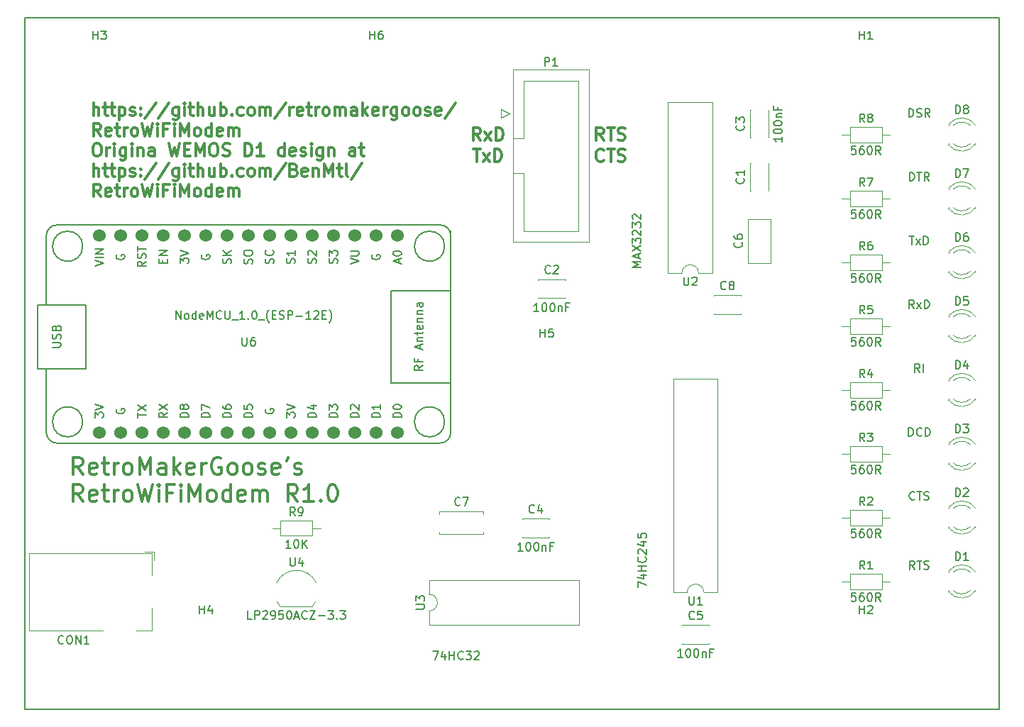
<source format=gbr>
G04 #@! TF.GenerationSoftware,KiCad,Pcbnew,(6.0.5)*
G04 #@! TF.CreationDate,2023-02-13T16:39:57+00:00*
G04 #@! TF.ProjectId,MyRetroWiFiModem,4d795265-7472-46f5-9769-46694d6f6465,1*
G04 #@! TF.SameCoordinates,Original*
G04 #@! TF.FileFunction,Legend,Top*
G04 #@! TF.FilePolarity,Positive*
%FSLAX46Y46*%
G04 Gerber Fmt 4.6, Leading zero omitted, Abs format (unit mm)*
G04 Created by KiCad (PCBNEW (6.0.5)) date 2023-02-13 16:39:57*
%MOMM*%
%LPD*%
G01*
G04 APERTURE LIST*
G04 #@! TA.AperFunction,Profile*
%ADD10C,0.150000*%
G04 #@! TD*
%ADD11C,0.300000*%
%ADD12C,0.150000*%
%ADD13C,0.120000*%
%ADD14C,1.524000*%
G04 APERTURE END LIST*
D10*
X107950000Y-44450000D02*
X224155000Y-44450000D01*
X224155000Y-44450000D02*
X224155000Y-127000000D01*
X224155000Y-127000000D02*
X107950000Y-127000000D01*
X107950000Y-127000000D02*
X107950000Y-44450000D01*
D11*
X162302142Y-59098571D02*
X161802142Y-58384285D01*
X161445000Y-59098571D02*
X161445000Y-57598571D01*
X162016428Y-57598571D01*
X162159285Y-57670000D01*
X162230714Y-57741428D01*
X162302142Y-57884285D01*
X162302142Y-58098571D01*
X162230714Y-58241428D01*
X162159285Y-58312857D01*
X162016428Y-58384285D01*
X161445000Y-58384285D01*
X162802142Y-59098571D02*
X163587857Y-58098571D01*
X162802142Y-58098571D02*
X163587857Y-59098571D01*
X164159285Y-59098571D02*
X164159285Y-57598571D01*
X164516428Y-57598571D01*
X164730714Y-57670000D01*
X164873571Y-57812857D01*
X164945000Y-57955714D01*
X165016428Y-58241428D01*
X165016428Y-58455714D01*
X164945000Y-58741428D01*
X164873571Y-58884285D01*
X164730714Y-59027142D01*
X164516428Y-59098571D01*
X164159285Y-59098571D01*
D12*
X214701428Y-86812380D02*
X214368095Y-86336190D01*
X214130000Y-86812380D02*
X214130000Y-85812380D01*
X214510952Y-85812380D01*
X214606190Y-85860000D01*
X214653809Y-85907619D01*
X214701428Y-86002857D01*
X214701428Y-86145714D01*
X214653809Y-86240952D01*
X214606190Y-86288571D01*
X214510952Y-86336190D01*
X214130000Y-86336190D01*
X215130000Y-86812380D02*
X215130000Y-85812380D01*
D11*
X161409285Y-60138571D02*
X162266428Y-60138571D01*
X161837857Y-61638571D02*
X161837857Y-60138571D01*
X162623571Y-61638571D02*
X163409285Y-60638571D01*
X162623571Y-60638571D02*
X163409285Y-61638571D01*
X163980714Y-61638571D02*
X163980714Y-60138571D01*
X164337857Y-60138571D01*
X164552142Y-60210000D01*
X164695000Y-60352857D01*
X164766428Y-60495714D01*
X164837857Y-60781428D01*
X164837857Y-60995714D01*
X164766428Y-61281428D01*
X164695000Y-61424285D01*
X164552142Y-61567142D01*
X164337857Y-61638571D01*
X163980714Y-61638571D01*
D12*
X213439523Y-70572380D02*
X214010952Y-70572380D01*
X213725238Y-71572380D02*
X213725238Y-70572380D01*
X214249047Y-71572380D02*
X214772857Y-70905714D01*
X214249047Y-70905714D02*
X214772857Y-71572380D01*
X215153809Y-71572380D02*
X215153809Y-70572380D01*
X215391904Y-70572380D01*
X215534761Y-70620000D01*
X215630000Y-70715238D01*
X215677619Y-70810476D01*
X215725238Y-71000952D01*
X215725238Y-71143809D01*
X215677619Y-71334285D01*
X215630000Y-71429523D01*
X215534761Y-71524761D01*
X215391904Y-71572380D01*
X215153809Y-71572380D01*
X214082380Y-110307380D02*
X213749047Y-109831190D01*
X213510952Y-110307380D02*
X213510952Y-109307380D01*
X213891904Y-109307380D01*
X213987142Y-109355000D01*
X214034761Y-109402619D01*
X214082380Y-109497857D01*
X214082380Y-109640714D01*
X214034761Y-109735952D01*
X213987142Y-109783571D01*
X213891904Y-109831190D01*
X213510952Y-109831190D01*
X214368095Y-109307380D02*
X214939523Y-109307380D01*
X214653809Y-110307380D02*
X214653809Y-109307380D01*
X215225238Y-110259761D02*
X215368095Y-110307380D01*
X215606190Y-110307380D01*
X215701428Y-110259761D01*
X215749047Y-110212142D01*
X215796666Y-110116904D01*
X215796666Y-110021666D01*
X215749047Y-109926428D01*
X215701428Y-109878809D01*
X215606190Y-109831190D01*
X215415714Y-109783571D01*
X215320476Y-109735952D01*
X215272857Y-109688333D01*
X215225238Y-109593095D01*
X215225238Y-109497857D01*
X215272857Y-109402619D01*
X215320476Y-109355000D01*
X215415714Y-109307380D01*
X215653809Y-109307380D01*
X215796666Y-109355000D01*
D11*
X114844047Y-98989761D02*
X114177380Y-98037380D01*
X113701190Y-98989761D02*
X113701190Y-96989761D01*
X114463095Y-96989761D01*
X114653571Y-97085000D01*
X114748809Y-97180238D01*
X114844047Y-97370714D01*
X114844047Y-97656428D01*
X114748809Y-97846904D01*
X114653571Y-97942142D01*
X114463095Y-98037380D01*
X113701190Y-98037380D01*
X116463095Y-98894523D02*
X116272619Y-98989761D01*
X115891666Y-98989761D01*
X115701190Y-98894523D01*
X115605952Y-98704047D01*
X115605952Y-97942142D01*
X115701190Y-97751666D01*
X115891666Y-97656428D01*
X116272619Y-97656428D01*
X116463095Y-97751666D01*
X116558333Y-97942142D01*
X116558333Y-98132619D01*
X115605952Y-98323095D01*
X117129761Y-97656428D02*
X117891666Y-97656428D01*
X117415476Y-96989761D02*
X117415476Y-98704047D01*
X117510714Y-98894523D01*
X117701190Y-98989761D01*
X117891666Y-98989761D01*
X118558333Y-98989761D02*
X118558333Y-97656428D01*
X118558333Y-98037380D02*
X118653571Y-97846904D01*
X118748809Y-97751666D01*
X118939285Y-97656428D01*
X119129761Y-97656428D01*
X120082142Y-98989761D02*
X119891666Y-98894523D01*
X119796428Y-98799285D01*
X119701190Y-98608809D01*
X119701190Y-98037380D01*
X119796428Y-97846904D01*
X119891666Y-97751666D01*
X120082142Y-97656428D01*
X120367857Y-97656428D01*
X120558333Y-97751666D01*
X120653571Y-97846904D01*
X120748809Y-98037380D01*
X120748809Y-98608809D01*
X120653571Y-98799285D01*
X120558333Y-98894523D01*
X120367857Y-98989761D01*
X120082142Y-98989761D01*
X121605952Y-98989761D02*
X121605952Y-96989761D01*
X122272619Y-98418333D01*
X122939285Y-96989761D01*
X122939285Y-98989761D01*
X124748809Y-98989761D02*
X124748809Y-97942142D01*
X124653571Y-97751666D01*
X124463095Y-97656428D01*
X124082142Y-97656428D01*
X123891666Y-97751666D01*
X124748809Y-98894523D02*
X124558333Y-98989761D01*
X124082142Y-98989761D01*
X123891666Y-98894523D01*
X123796428Y-98704047D01*
X123796428Y-98513571D01*
X123891666Y-98323095D01*
X124082142Y-98227857D01*
X124558333Y-98227857D01*
X124748809Y-98132619D01*
X125701190Y-98989761D02*
X125701190Y-96989761D01*
X125891666Y-98227857D02*
X126463095Y-98989761D01*
X126463095Y-97656428D02*
X125701190Y-98418333D01*
X128082142Y-98894523D02*
X127891666Y-98989761D01*
X127510714Y-98989761D01*
X127320238Y-98894523D01*
X127225000Y-98704047D01*
X127225000Y-97942142D01*
X127320238Y-97751666D01*
X127510714Y-97656428D01*
X127891666Y-97656428D01*
X128082142Y-97751666D01*
X128177380Y-97942142D01*
X128177380Y-98132619D01*
X127225000Y-98323095D01*
X129034523Y-98989761D02*
X129034523Y-97656428D01*
X129034523Y-98037380D02*
X129129761Y-97846904D01*
X129225000Y-97751666D01*
X129415476Y-97656428D01*
X129605952Y-97656428D01*
X131320238Y-97085000D02*
X131129761Y-96989761D01*
X130844047Y-96989761D01*
X130558333Y-97085000D01*
X130367857Y-97275476D01*
X130272619Y-97465952D01*
X130177380Y-97846904D01*
X130177380Y-98132619D01*
X130272619Y-98513571D01*
X130367857Y-98704047D01*
X130558333Y-98894523D01*
X130844047Y-98989761D01*
X131034523Y-98989761D01*
X131320238Y-98894523D01*
X131415476Y-98799285D01*
X131415476Y-98132619D01*
X131034523Y-98132619D01*
X132558333Y-98989761D02*
X132367857Y-98894523D01*
X132272619Y-98799285D01*
X132177380Y-98608809D01*
X132177380Y-98037380D01*
X132272619Y-97846904D01*
X132367857Y-97751666D01*
X132558333Y-97656428D01*
X132844047Y-97656428D01*
X133034523Y-97751666D01*
X133129761Y-97846904D01*
X133225000Y-98037380D01*
X133225000Y-98608809D01*
X133129761Y-98799285D01*
X133034523Y-98894523D01*
X132844047Y-98989761D01*
X132558333Y-98989761D01*
X134367857Y-98989761D02*
X134177380Y-98894523D01*
X134082142Y-98799285D01*
X133986904Y-98608809D01*
X133986904Y-98037380D01*
X134082142Y-97846904D01*
X134177380Y-97751666D01*
X134367857Y-97656428D01*
X134653571Y-97656428D01*
X134844047Y-97751666D01*
X134939285Y-97846904D01*
X135034523Y-98037380D01*
X135034523Y-98608809D01*
X134939285Y-98799285D01*
X134844047Y-98894523D01*
X134653571Y-98989761D01*
X134367857Y-98989761D01*
X135796428Y-98894523D02*
X135986904Y-98989761D01*
X136367857Y-98989761D01*
X136558333Y-98894523D01*
X136653571Y-98704047D01*
X136653571Y-98608809D01*
X136558333Y-98418333D01*
X136367857Y-98323095D01*
X136082142Y-98323095D01*
X135891666Y-98227857D01*
X135796428Y-98037380D01*
X135796428Y-97942142D01*
X135891666Y-97751666D01*
X136082142Y-97656428D01*
X136367857Y-97656428D01*
X136558333Y-97751666D01*
X138272619Y-98894523D02*
X138082142Y-98989761D01*
X137701190Y-98989761D01*
X137510714Y-98894523D01*
X137415476Y-98704047D01*
X137415476Y-97942142D01*
X137510714Y-97751666D01*
X137701190Y-97656428D01*
X138082142Y-97656428D01*
X138272619Y-97751666D01*
X138367857Y-97942142D01*
X138367857Y-98132619D01*
X137415476Y-98323095D01*
X139320238Y-96989761D02*
X139129761Y-97370714D01*
X140082142Y-98894523D02*
X140272619Y-98989761D01*
X140653571Y-98989761D01*
X140844047Y-98894523D01*
X140939285Y-98704047D01*
X140939285Y-98608809D01*
X140844047Y-98418333D01*
X140653571Y-98323095D01*
X140367857Y-98323095D01*
X140177380Y-98227857D01*
X140082142Y-98037380D01*
X140082142Y-97942142D01*
X140177380Y-97751666D01*
X140367857Y-97656428D01*
X140653571Y-97656428D01*
X140844047Y-97751666D01*
X114844047Y-102209761D02*
X114177380Y-101257380D01*
X113701190Y-102209761D02*
X113701190Y-100209761D01*
X114463095Y-100209761D01*
X114653571Y-100305000D01*
X114748809Y-100400238D01*
X114844047Y-100590714D01*
X114844047Y-100876428D01*
X114748809Y-101066904D01*
X114653571Y-101162142D01*
X114463095Y-101257380D01*
X113701190Y-101257380D01*
X116463095Y-102114523D02*
X116272619Y-102209761D01*
X115891666Y-102209761D01*
X115701190Y-102114523D01*
X115605952Y-101924047D01*
X115605952Y-101162142D01*
X115701190Y-100971666D01*
X115891666Y-100876428D01*
X116272619Y-100876428D01*
X116463095Y-100971666D01*
X116558333Y-101162142D01*
X116558333Y-101352619D01*
X115605952Y-101543095D01*
X117129761Y-100876428D02*
X117891666Y-100876428D01*
X117415476Y-100209761D02*
X117415476Y-101924047D01*
X117510714Y-102114523D01*
X117701190Y-102209761D01*
X117891666Y-102209761D01*
X118558333Y-102209761D02*
X118558333Y-100876428D01*
X118558333Y-101257380D02*
X118653571Y-101066904D01*
X118748809Y-100971666D01*
X118939285Y-100876428D01*
X119129761Y-100876428D01*
X120082142Y-102209761D02*
X119891666Y-102114523D01*
X119796428Y-102019285D01*
X119701190Y-101828809D01*
X119701190Y-101257380D01*
X119796428Y-101066904D01*
X119891666Y-100971666D01*
X120082142Y-100876428D01*
X120367857Y-100876428D01*
X120558333Y-100971666D01*
X120653571Y-101066904D01*
X120748809Y-101257380D01*
X120748809Y-101828809D01*
X120653571Y-102019285D01*
X120558333Y-102114523D01*
X120367857Y-102209761D01*
X120082142Y-102209761D01*
X121415476Y-100209761D02*
X121891666Y-102209761D01*
X122272619Y-100781190D01*
X122653571Y-102209761D01*
X123129761Y-100209761D01*
X123891666Y-102209761D02*
X123891666Y-100876428D01*
X123891666Y-100209761D02*
X123796428Y-100305000D01*
X123891666Y-100400238D01*
X123986904Y-100305000D01*
X123891666Y-100209761D01*
X123891666Y-100400238D01*
X125510714Y-101162142D02*
X124844047Y-101162142D01*
X124844047Y-102209761D02*
X124844047Y-100209761D01*
X125796428Y-100209761D01*
X126558333Y-102209761D02*
X126558333Y-100876428D01*
X126558333Y-100209761D02*
X126463095Y-100305000D01*
X126558333Y-100400238D01*
X126653571Y-100305000D01*
X126558333Y-100209761D01*
X126558333Y-100400238D01*
X127510714Y-102209761D02*
X127510714Y-100209761D01*
X128177380Y-101638333D01*
X128844047Y-100209761D01*
X128844047Y-102209761D01*
X130082142Y-102209761D02*
X129891666Y-102114523D01*
X129796428Y-102019285D01*
X129701190Y-101828809D01*
X129701190Y-101257380D01*
X129796428Y-101066904D01*
X129891666Y-100971666D01*
X130082142Y-100876428D01*
X130367857Y-100876428D01*
X130558333Y-100971666D01*
X130653571Y-101066904D01*
X130748809Y-101257380D01*
X130748809Y-101828809D01*
X130653571Y-102019285D01*
X130558333Y-102114523D01*
X130367857Y-102209761D01*
X130082142Y-102209761D01*
X132463095Y-102209761D02*
X132463095Y-100209761D01*
X132463095Y-102114523D02*
X132272619Y-102209761D01*
X131891666Y-102209761D01*
X131701190Y-102114523D01*
X131605952Y-102019285D01*
X131510714Y-101828809D01*
X131510714Y-101257380D01*
X131605952Y-101066904D01*
X131701190Y-100971666D01*
X131891666Y-100876428D01*
X132272619Y-100876428D01*
X132463095Y-100971666D01*
X134177380Y-102114523D02*
X133986904Y-102209761D01*
X133605952Y-102209761D01*
X133415476Y-102114523D01*
X133320238Y-101924047D01*
X133320238Y-101162142D01*
X133415476Y-100971666D01*
X133605952Y-100876428D01*
X133986904Y-100876428D01*
X134177380Y-100971666D01*
X134272619Y-101162142D01*
X134272619Y-101352619D01*
X133320238Y-101543095D01*
X135129761Y-102209761D02*
X135129761Y-100876428D01*
X135129761Y-101066904D02*
X135225000Y-100971666D01*
X135415476Y-100876428D01*
X135701190Y-100876428D01*
X135891666Y-100971666D01*
X135986904Y-101162142D01*
X135986904Y-102209761D01*
X135986904Y-101162142D02*
X136082142Y-100971666D01*
X136272619Y-100876428D01*
X136558333Y-100876428D01*
X136748809Y-100971666D01*
X136844047Y-101162142D01*
X136844047Y-102209761D01*
X140463095Y-102209761D02*
X139796428Y-101257380D01*
X139320238Y-102209761D02*
X139320238Y-100209761D01*
X140082142Y-100209761D01*
X140272619Y-100305000D01*
X140367857Y-100400238D01*
X140463095Y-100590714D01*
X140463095Y-100876428D01*
X140367857Y-101066904D01*
X140272619Y-101162142D01*
X140082142Y-101257380D01*
X139320238Y-101257380D01*
X142367857Y-102209761D02*
X141225000Y-102209761D01*
X141796428Y-102209761D02*
X141796428Y-100209761D01*
X141605952Y-100495476D01*
X141415476Y-100685952D01*
X141225000Y-100781190D01*
X143225000Y-102019285D02*
X143320238Y-102114523D01*
X143225000Y-102209761D01*
X143129761Y-102114523D01*
X143225000Y-102019285D01*
X143225000Y-102209761D01*
X144558333Y-100209761D02*
X144748809Y-100209761D01*
X144939285Y-100305000D01*
X145034523Y-100400238D01*
X145129761Y-100590714D01*
X145225000Y-100971666D01*
X145225000Y-101447857D01*
X145129761Y-101828809D01*
X145034523Y-102019285D01*
X144939285Y-102114523D01*
X144748809Y-102209761D01*
X144558333Y-102209761D01*
X144367857Y-102114523D01*
X144272619Y-102019285D01*
X144177380Y-101828809D01*
X144082142Y-101447857D01*
X144082142Y-100971666D01*
X144177380Y-100590714D01*
X144272619Y-100400238D01*
X144367857Y-100305000D01*
X144558333Y-100209761D01*
X176978571Y-61495714D02*
X176907142Y-61567142D01*
X176692857Y-61638571D01*
X176550000Y-61638571D01*
X176335714Y-61567142D01*
X176192857Y-61424285D01*
X176121428Y-61281428D01*
X176050000Y-60995714D01*
X176050000Y-60781428D01*
X176121428Y-60495714D01*
X176192857Y-60352857D01*
X176335714Y-60210000D01*
X176550000Y-60138571D01*
X176692857Y-60138571D01*
X176907142Y-60210000D01*
X176978571Y-60281428D01*
X177407142Y-60138571D02*
X178264285Y-60138571D01*
X177835714Y-61638571D02*
X177835714Y-60138571D01*
X178692857Y-61567142D02*
X178907142Y-61638571D01*
X179264285Y-61638571D01*
X179407142Y-61567142D01*
X179478571Y-61495714D01*
X179550000Y-61352857D01*
X179550000Y-61210000D01*
X179478571Y-61067142D01*
X179407142Y-60995714D01*
X179264285Y-60924285D01*
X178978571Y-60852857D01*
X178835714Y-60781428D01*
X178764285Y-60710000D01*
X178692857Y-60567142D01*
X178692857Y-60424285D01*
X178764285Y-60281428D01*
X178835714Y-60210000D01*
X178978571Y-60138571D01*
X179335714Y-60138571D01*
X179550000Y-60210000D01*
D12*
X214082380Y-101957142D02*
X214034761Y-102004761D01*
X213891904Y-102052380D01*
X213796666Y-102052380D01*
X213653809Y-102004761D01*
X213558571Y-101909523D01*
X213510952Y-101814285D01*
X213463333Y-101623809D01*
X213463333Y-101480952D01*
X213510952Y-101290476D01*
X213558571Y-101195238D01*
X213653809Y-101100000D01*
X213796666Y-101052380D01*
X213891904Y-101052380D01*
X214034761Y-101100000D01*
X214082380Y-101147619D01*
X214368095Y-101052380D02*
X214939523Y-101052380D01*
X214653809Y-102052380D02*
X214653809Y-101052380D01*
X215225238Y-102004761D02*
X215368095Y-102052380D01*
X215606190Y-102052380D01*
X215701428Y-102004761D01*
X215749047Y-101957142D01*
X215796666Y-101861904D01*
X215796666Y-101766666D01*
X215749047Y-101671428D01*
X215701428Y-101623809D01*
X215606190Y-101576190D01*
X215415714Y-101528571D01*
X215320476Y-101480952D01*
X215272857Y-101433333D01*
X215225238Y-101338095D01*
X215225238Y-101242857D01*
X215272857Y-101147619D01*
X215320476Y-101100000D01*
X215415714Y-101052380D01*
X215653809Y-101052380D01*
X215796666Y-101100000D01*
D11*
X176978571Y-59098571D02*
X176478571Y-58384285D01*
X176121428Y-59098571D02*
X176121428Y-57598571D01*
X176692857Y-57598571D01*
X176835714Y-57670000D01*
X176907142Y-57741428D01*
X176978571Y-57884285D01*
X176978571Y-58098571D01*
X176907142Y-58241428D01*
X176835714Y-58312857D01*
X176692857Y-58384285D01*
X176121428Y-58384285D01*
X177407142Y-57598571D02*
X178264285Y-57598571D01*
X177835714Y-59098571D02*
X177835714Y-57598571D01*
X178692857Y-59027142D02*
X178907142Y-59098571D01*
X179264285Y-59098571D01*
X179407142Y-59027142D01*
X179478571Y-58955714D01*
X179550000Y-58812857D01*
X179550000Y-58670000D01*
X179478571Y-58527142D01*
X179407142Y-58455714D01*
X179264285Y-58384285D01*
X178978571Y-58312857D01*
X178835714Y-58241428D01*
X178764285Y-58170000D01*
X178692857Y-58027142D01*
X178692857Y-57884285D01*
X178764285Y-57741428D01*
X178835714Y-57670000D01*
X178978571Y-57598571D01*
X179335714Y-57598571D01*
X179550000Y-57670000D01*
D12*
X213487142Y-63952380D02*
X213487142Y-62952380D01*
X213725238Y-62952380D01*
X213868095Y-63000000D01*
X213963333Y-63095238D01*
X214010952Y-63190476D01*
X214058571Y-63380952D01*
X214058571Y-63523809D01*
X214010952Y-63714285D01*
X213963333Y-63809523D01*
X213868095Y-63904761D01*
X213725238Y-63952380D01*
X213487142Y-63952380D01*
X214344285Y-62952380D02*
X214915714Y-62952380D01*
X214630000Y-63952380D02*
X214630000Y-62952380D01*
X215820476Y-63952380D02*
X215487142Y-63476190D01*
X215249047Y-63952380D02*
X215249047Y-62952380D01*
X215630000Y-62952380D01*
X215725238Y-63000000D01*
X215772857Y-63047619D01*
X215820476Y-63142857D01*
X215820476Y-63285714D01*
X215772857Y-63380952D01*
X215725238Y-63428571D01*
X215630000Y-63476190D01*
X215249047Y-63476190D01*
X213368095Y-94432380D02*
X213368095Y-93432380D01*
X213606190Y-93432380D01*
X213749047Y-93480000D01*
X213844285Y-93575238D01*
X213891904Y-93670476D01*
X213939523Y-93860952D01*
X213939523Y-94003809D01*
X213891904Y-94194285D01*
X213844285Y-94289523D01*
X213749047Y-94384761D01*
X213606190Y-94432380D01*
X213368095Y-94432380D01*
X214939523Y-94337142D02*
X214891904Y-94384761D01*
X214749047Y-94432380D01*
X214653809Y-94432380D01*
X214510952Y-94384761D01*
X214415714Y-94289523D01*
X214368095Y-94194285D01*
X214320476Y-94003809D01*
X214320476Y-93860952D01*
X214368095Y-93670476D01*
X214415714Y-93575238D01*
X214510952Y-93480000D01*
X214653809Y-93432380D01*
X214749047Y-93432380D01*
X214891904Y-93480000D01*
X214939523Y-93527619D01*
X215368095Y-94432380D02*
X215368095Y-93432380D01*
X215606190Y-93432380D01*
X215749047Y-93480000D01*
X215844285Y-93575238D01*
X215891904Y-93670476D01*
X215939523Y-93860952D01*
X215939523Y-94003809D01*
X215891904Y-94194285D01*
X215844285Y-94289523D01*
X215749047Y-94384761D01*
X215606190Y-94432380D01*
X215368095Y-94432380D01*
X214034761Y-79192380D02*
X213701428Y-78716190D01*
X213463333Y-79192380D02*
X213463333Y-78192380D01*
X213844285Y-78192380D01*
X213939523Y-78240000D01*
X213987142Y-78287619D01*
X214034761Y-78382857D01*
X214034761Y-78525714D01*
X213987142Y-78620952D01*
X213939523Y-78668571D01*
X213844285Y-78716190D01*
X213463333Y-78716190D01*
X214368095Y-79192380D02*
X214891904Y-78525714D01*
X214368095Y-78525714D02*
X214891904Y-79192380D01*
X215272857Y-79192380D02*
X215272857Y-78192380D01*
X215510952Y-78192380D01*
X215653809Y-78240000D01*
X215749047Y-78335238D01*
X215796666Y-78430476D01*
X215844285Y-78620952D01*
X215844285Y-78763809D01*
X215796666Y-78954285D01*
X215749047Y-79049523D01*
X215653809Y-79144761D01*
X215510952Y-79192380D01*
X215272857Y-79192380D01*
X213391904Y-56332380D02*
X213391904Y-55332380D01*
X213630000Y-55332380D01*
X213772857Y-55380000D01*
X213868095Y-55475238D01*
X213915714Y-55570476D01*
X213963333Y-55760952D01*
X213963333Y-55903809D01*
X213915714Y-56094285D01*
X213868095Y-56189523D01*
X213772857Y-56284761D01*
X213630000Y-56332380D01*
X213391904Y-56332380D01*
X214344285Y-56284761D02*
X214487142Y-56332380D01*
X214725238Y-56332380D01*
X214820476Y-56284761D01*
X214868095Y-56237142D01*
X214915714Y-56141904D01*
X214915714Y-56046666D01*
X214868095Y-55951428D01*
X214820476Y-55903809D01*
X214725238Y-55856190D01*
X214534761Y-55808571D01*
X214439523Y-55760952D01*
X214391904Y-55713333D01*
X214344285Y-55618095D01*
X214344285Y-55522857D01*
X214391904Y-55427619D01*
X214439523Y-55380000D01*
X214534761Y-55332380D01*
X214772857Y-55332380D01*
X214915714Y-55380000D01*
X215915714Y-56332380D02*
X215582380Y-55856190D01*
X215344285Y-56332380D02*
X215344285Y-55332380D01*
X215725238Y-55332380D01*
X215820476Y-55380000D01*
X215868095Y-55427619D01*
X215915714Y-55522857D01*
X215915714Y-55665714D01*
X215868095Y-55760952D01*
X215820476Y-55808571D01*
X215725238Y-55856190D01*
X215344285Y-55856190D01*
D11*
X116122142Y-56173571D02*
X116122142Y-54673571D01*
X116765000Y-56173571D02*
X116765000Y-55387857D01*
X116693571Y-55245000D01*
X116550714Y-55173571D01*
X116336428Y-55173571D01*
X116193571Y-55245000D01*
X116122142Y-55316428D01*
X117265000Y-55173571D02*
X117836428Y-55173571D01*
X117479285Y-54673571D02*
X117479285Y-55959285D01*
X117550714Y-56102142D01*
X117693571Y-56173571D01*
X117836428Y-56173571D01*
X118122142Y-55173571D02*
X118693571Y-55173571D01*
X118336428Y-54673571D02*
X118336428Y-55959285D01*
X118407857Y-56102142D01*
X118550714Y-56173571D01*
X118693571Y-56173571D01*
X119193571Y-55173571D02*
X119193571Y-56673571D01*
X119193571Y-55245000D02*
X119336428Y-55173571D01*
X119622142Y-55173571D01*
X119765000Y-55245000D01*
X119836428Y-55316428D01*
X119907857Y-55459285D01*
X119907857Y-55887857D01*
X119836428Y-56030714D01*
X119765000Y-56102142D01*
X119622142Y-56173571D01*
X119336428Y-56173571D01*
X119193571Y-56102142D01*
X120479285Y-56102142D02*
X120622142Y-56173571D01*
X120907857Y-56173571D01*
X121050714Y-56102142D01*
X121122142Y-55959285D01*
X121122142Y-55887857D01*
X121050714Y-55745000D01*
X120907857Y-55673571D01*
X120693571Y-55673571D01*
X120550714Y-55602142D01*
X120479285Y-55459285D01*
X120479285Y-55387857D01*
X120550714Y-55245000D01*
X120693571Y-55173571D01*
X120907857Y-55173571D01*
X121050714Y-55245000D01*
X121765000Y-56030714D02*
X121836428Y-56102142D01*
X121765000Y-56173571D01*
X121693571Y-56102142D01*
X121765000Y-56030714D01*
X121765000Y-56173571D01*
X121765000Y-55245000D02*
X121836428Y-55316428D01*
X121765000Y-55387857D01*
X121693571Y-55316428D01*
X121765000Y-55245000D01*
X121765000Y-55387857D01*
X123550714Y-54602142D02*
X122265000Y-56530714D01*
X125122142Y-54602142D02*
X123836428Y-56530714D01*
X126265000Y-55173571D02*
X126265000Y-56387857D01*
X126193571Y-56530714D01*
X126122142Y-56602142D01*
X125979285Y-56673571D01*
X125765000Y-56673571D01*
X125622142Y-56602142D01*
X126265000Y-56102142D02*
X126122142Y-56173571D01*
X125836428Y-56173571D01*
X125693571Y-56102142D01*
X125622142Y-56030714D01*
X125550714Y-55887857D01*
X125550714Y-55459285D01*
X125622142Y-55316428D01*
X125693571Y-55245000D01*
X125836428Y-55173571D01*
X126122142Y-55173571D01*
X126265000Y-55245000D01*
X126979285Y-56173571D02*
X126979285Y-55173571D01*
X126979285Y-54673571D02*
X126907857Y-54745000D01*
X126979285Y-54816428D01*
X127050714Y-54745000D01*
X126979285Y-54673571D01*
X126979285Y-54816428D01*
X127479285Y-55173571D02*
X128050714Y-55173571D01*
X127693571Y-54673571D02*
X127693571Y-55959285D01*
X127765000Y-56102142D01*
X127907857Y-56173571D01*
X128050714Y-56173571D01*
X128550714Y-56173571D02*
X128550714Y-54673571D01*
X129193571Y-56173571D02*
X129193571Y-55387857D01*
X129122142Y-55245000D01*
X128979285Y-55173571D01*
X128765000Y-55173571D01*
X128622142Y-55245000D01*
X128550714Y-55316428D01*
X130550714Y-55173571D02*
X130550714Y-56173571D01*
X129907857Y-55173571D02*
X129907857Y-55959285D01*
X129979285Y-56102142D01*
X130122142Y-56173571D01*
X130336428Y-56173571D01*
X130479285Y-56102142D01*
X130550714Y-56030714D01*
X131265000Y-56173571D02*
X131265000Y-54673571D01*
X131265000Y-55245000D02*
X131407857Y-55173571D01*
X131693571Y-55173571D01*
X131836428Y-55245000D01*
X131907857Y-55316428D01*
X131979285Y-55459285D01*
X131979285Y-55887857D01*
X131907857Y-56030714D01*
X131836428Y-56102142D01*
X131693571Y-56173571D01*
X131407857Y-56173571D01*
X131265000Y-56102142D01*
X132622142Y-56030714D02*
X132693571Y-56102142D01*
X132622142Y-56173571D01*
X132550714Y-56102142D01*
X132622142Y-56030714D01*
X132622142Y-56173571D01*
X133979285Y-56102142D02*
X133836428Y-56173571D01*
X133550714Y-56173571D01*
X133407857Y-56102142D01*
X133336428Y-56030714D01*
X133265000Y-55887857D01*
X133265000Y-55459285D01*
X133336428Y-55316428D01*
X133407857Y-55245000D01*
X133550714Y-55173571D01*
X133836428Y-55173571D01*
X133979285Y-55245000D01*
X134836428Y-56173571D02*
X134693571Y-56102142D01*
X134622142Y-56030714D01*
X134550714Y-55887857D01*
X134550714Y-55459285D01*
X134622142Y-55316428D01*
X134693571Y-55245000D01*
X134836428Y-55173571D01*
X135050714Y-55173571D01*
X135193571Y-55245000D01*
X135265000Y-55316428D01*
X135336428Y-55459285D01*
X135336428Y-55887857D01*
X135265000Y-56030714D01*
X135193571Y-56102142D01*
X135050714Y-56173571D01*
X134836428Y-56173571D01*
X135979285Y-56173571D02*
X135979285Y-55173571D01*
X135979285Y-55316428D02*
X136050714Y-55245000D01*
X136193571Y-55173571D01*
X136407857Y-55173571D01*
X136550714Y-55245000D01*
X136622142Y-55387857D01*
X136622142Y-56173571D01*
X136622142Y-55387857D02*
X136693571Y-55245000D01*
X136836428Y-55173571D01*
X137050714Y-55173571D01*
X137193571Y-55245000D01*
X137265000Y-55387857D01*
X137265000Y-56173571D01*
X139050714Y-54602142D02*
X137765000Y-56530714D01*
X139550714Y-56173571D02*
X139550714Y-55173571D01*
X139550714Y-55459285D02*
X139622142Y-55316428D01*
X139693571Y-55245000D01*
X139836428Y-55173571D01*
X139979285Y-55173571D01*
X141050714Y-56102142D02*
X140907857Y-56173571D01*
X140622142Y-56173571D01*
X140479285Y-56102142D01*
X140407857Y-55959285D01*
X140407857Y-55387857D01*
X140479285Y-55245000D01*
X140622142Y-55173571D01*
X140907857Y-55173571D01*
X141050714Y-55245000D01*
X141122142Y-55387857D01*
X141122142Y-55530714D01*
X140407857Y-55673571D01*
X141550714Y-55173571D02*
X142122142Y-55173571D01*
X141765000Y-54673571D02*
X141765000Y-55959285D01*
X141836428Y-56102142D01*
X141979285Y-56173571D01*
X142122142Y-56173571D01*
X142622142Y-56173571D02*
X142622142Y-55173571D01*
X142622142Y-55459285D02*
X142693571Y-55316428D01*
X142765000Y-55245000D01*
X142907857Y-55173571D01*
X143050714Y-55173571D01*
X143765000Y-56173571D02*
X143622142Y-56102142D01*
X143550714Y-56030714D01*
X143479285Y-55887857D01*
X143479285Y-55459285D01*
X143550714Y-55316428D01*
X143622142Y-55245000D01*
X143765000Y-55173571D01*
X143979285Y-55173571D01*
X144122142Y-55245000D01*
X144193571Y-55316428D01*
X144265000Y-55459285D01*
X144265000Y-55887857D01*
X144193571Y-56030714D01*
X144122142Y-56102142D01*
X143979285Y-56173571D01*
X143765000Y-56173571D01*
X144907857Y-56173571D02*
X144907857Y-55173571D01*
X144907857Y-55316428D02*
X144979285Y-55245000D01*
X145122142Y-55173571D01*
X145336428Y-55173571D01*
X145479285Y-55245000D01*
X145550714Y-55387857D01*
X145550714Y-56173571D01*
X145550714Y-55387857D02*
X145622142Y-55245000D01*
X145765000Y-55173571D01*
X145979285Y-55173571D01*
X146122142Y-55245000D01*
X146193571Y-55387857D01*
X146193571Y-56173571D01*
X147550714Y-56173571D02*
X147550714Y-55387857D01*
X147479285Y-55245000D01*
X147336428Y-55173571D01*
X147050714Y-55173571D01*
X146907857Y-55245000D01*
X147550714Y-56102142D02*
X147407857Y-56173571D01*
X147050714Y-56173571D01*
X146907857Y-56102142D01*
X146836428Y-55959285D01*
X146836428Y-55816428D01*
X146907857Y-55673571D01*
X147050714Y-55602142D01*
X147407857Y-55602142D01*
X147550714Y-55530714D01*
X148265000Y-56173571D02*
X148265000Y-54673571D01*
X148407857Y-55602142D02*
X148836428Y-56173571D01*
X148836428Y-55173571D02*
X148265000Y-55745000D01*
X150050714Y-56102142D02*
X149907857Y-56173571D01*
X149622142Y-56173571D01*
X149479285Y-56102142D01*
X149407857Y-55959285D01*
X149407857Y-55387857D01*
X149479285Y-55245000D01*
X149622142Y-55173571D01*
X149907857Y-55173571D01*
X150050714Y-55245000D01*
X150122142Y-55387857D01*
X150122142Y-55530714D01*
X149407857Y-55673571D01*
X150765000Y-56173571D02*
X150765000Y-55173571D01*
X150765000Y-55459285D02*
X150836428Y-55316428D01*
X150907857Y-55245000D01*
X151050714Y-55173571D01*
X151193571Y-55173571D01*
X152336428Y-55173571D02*
X152336428Y-56387857D01*
X152265000Y-56530714D01*
X152193571Y-56602142D01*
X152050714Y-56673571D01*
X151836428Y-56673571D01*
X151693571Y-56602142D01*
X152336428Y-56102142D02*
X152193571Y-56173571D01*
X151907857Y-56173571D01*
X151765000Y-56102142D01*
X151693571Y-56030714D01*
X151622142Y-55887857D01*
X151622142Y-55459285D01*
X151693571Y-55316428D01*
X151765000Y-55245000D01*
X151907857Y-55173571D01*
X152193571Y-55173571D01*
X152336428Y-55245000D01*
X153265000Y-56173571D02*
X153122142Y-56102142D01*
X153050714Y-56030714D01*
X152979285Y-55887857D01*
X152979285Y-55459285D01*
X153050714Y-55316428D01*
X153122142Y-55245000D01*
X153265000Y-55173571D01*
X153479285Y-55173571D01*
X153622142Y-55245000D01*
X153693571Y-55316428D01*
X153765000Y-55459285D01*
X153765000Y-55887857D01*
X153693571Y-56030714D01*
X153622142Y-56102142D01*
X153479285Y-56173571D01*
X153265000Y-56173571D01*
X154622142Y-56173571D02*
X154479285Y-56102142D01*
X154407857Y-56030714D01*
X154336428Y-55887857D01*
X154336428Y-55459285D01*
X154407857Y-55316428D01*
X154479285Y-55245000D01*
X154622142Y-55173571D01*
X154836428Y-55173571D01*
X154979285Y-55245000D01*
X155050714Y-55316428D01*
X155122142Y-55459285D01*
X155122142Y-55887857D01*
X155050714Y-56030714D01*
X154979285Y-56102142D01*
X154836428Y-56173571D01*
X154622142Y-56173571D01*
X155693571Y-56102142D02*
X155836428Y-56173571D01*
X156122142Y-56173571D01*
X156265000Y-56102142D01*
X156336428Y-55959285D01*
X156336428Y-55887857D01*
X156265000Y-55745000D01*
X156122142Y-55673571D01*
X155907857Y-55673571D01*
X155765000Y-55602142D01*
X155693571Y-55459285D01*
X155693571Y-55387857D01*
X155765000Y-55245000D01*
X155907857Y-55173571D01*
X156122142Y-55173571D01*
X156265000Y-55245000D01*
X157550714Y-56102142D02*
X157407857Y-56173571D01*
X157122142Y-56173571D01*
X156979285Y-56102142D01*
X156907857Y-55959285D01*
X156907857Y-55387857D01*
X156979285Y-55245000D01*
X157122142Y-55173571D01*
X157407857Y-55173571D01*
X157550714Y-55245000D01*
X157622142Y-55387857D01*
X157622142Y-55530714D01*
X156907857Y-55673571D01*
X159336428Y-54602142D02*
X158050714Y-56530714D01*
X116979285Y-58588571D02*
X116479285Y-57874285D01*
X116122142Y-58588571D02*
X116122142Y-57088571D01*
X116693571Y-57088571D01*
X116836428Y-57160000D01*
X116907857Y-57231428D01*
X116979285Y-57374285D01*
X116979285Y-57588571D01*
X116907857Y-57731428D01*
X116836428Y-57802857D01*
X116693571Y-57874285D01*
X116122142Y-57874285D01*
X118193571Y-58517142D02*
X118050714Y-58588571D01*
X117765000Y-58588571D01*
X117622142Y-58517142D01*
X117550714Y-58374285D01*
X117550714Y-57802857D01*
X117622142Y-57660000D01*
X117765000Y-57588571D01*
X118050714Y-57588571D01*
X118193571Y-57660000D01*
X118265000Y-57802857D01*
X118265000Y-57945714D01*
X117550714Y-58088571D01*
X118693571Y-57588571D02*
X119265000Y-57588571D01*
X118907857Y-57088571D02*
X118907857Y-58374285D01*
X118979285Y-58517142D01*
X119122142Y-58588571D01*
X119265000Y-58588571D01*
X119765000Y-58588571D02*
X119765000Y-57588571D01*
X119765000Y-57874285D02*
X119836428Y-57731428D01*
X119907857Y-57660000D01*
X120050714Y-57588571D01*
X120193571Y-57588571D01*
X120907857Y-58588571D02*
X120765000Y-58517142D01*
X120693571Y-58445714D01*
X120622142Y-58302857D01*
X120622142Y-57874285D01*
X120693571Y-57731428D01*
X120765000Y-57660000D01*
X120907857Y-57588571D01*
X121122142Y-57588571D01*
X121265000Y-57660000D01*
X121336428Y-57731428D01*
X121407857Y-57874285D01*
X121407857Y-58302857D01*
X121336428Y-58445714D01*
X121265000Y-58517142D01*
X121122142Y-58588571D01*
X120907857Y-58588571D01*
X121907857Y-57088571D02*
X122265000Y-58588571D01*
X122550714Y-57517142D01*
X122836428Y-58588571D01*
X123193571Y-57088571D01*
X123765000Y-58588571D02*
X123765000Y-57588571D01*
X123765000Y-57088571D02*
X123693571Y-57160000D01*
X123765000Y-57231428D01*
X123836428Y-57160000D01*
X123765000Y-57088571D01*
X123765000Y-57231428D01*
X124979285Y-57802857D02*
X124479285Y-57802857D01*
X124479285Y-58588571D02*
X124479285Y-57088571D01*
X125193571Y-57088571D01*
X125765000Y-58588571D02*
X125765000Y-57588571D01*
X125765000Y-57088571D02*
X125693571Y-57160000D01*
X125765000Y-57231428D01*
X125836428Y-57160000D01*
X125765000Y-57088571D01*
X125765000Y-57231428D01*
X126479285Y-58588571D02*
X126479285Y-57088571D01*
X126979285Y-58160000D01*
X127479285Y-57088571D01*
X127479285Y-58588571D01*
X128407857Y-58588571D02*
X128265000Y-58517142D01*
X128193571Y-58445714D01*
X128122142Y-58302857D01*
X128122142Y-57874285D01*
X128193571Y-57731428D01*
X128265000Y-57660000D01*
X128407857Y-57588571D01*
X128622142Y-57588571D01*
X128765000Y-57660000D01*
X128836428Y-57731428D01*
X128907857Y-57874285D01*
X128907857Y-58302857D01*
X128836428Y-58445714D01*
X128765000Y-58517142D01*
X128622142Y-58588571D01*
X128407857Y-58588571D01*
X130193571Y-58588571D02*
X130193571Y-57088571D01*
X130193571Y-58517142D02*
X130050714Y-58588571D01*
X129765000Y-58588571D01*
X129622142Y-58517142D01*
X129550714Y-58445714D01*
X129479285Y-58302857D01*
X129479285Y-57874285D01*
X129550714Y-57731428D01*
X129622142Y-57660000D01*
X129765000Y-57588571D01*
X130050714Y-57588571D01*
X130193571Y-57660000D01*
X131479285Y-58517142D02*
X131336428Y-58588571D01*
X131050714Y-58588571D01*
X130907857Y-58517142D01*
X130836428Y-58374285D01*
X130836428Y-57802857D01*
X130907857Y-57660000D01*
X131050714Y-57588571D01*
X131336428Y-57588571D01*
X131479285Y-57660000D01*
X131550714Y-57802857D01*
X131550714Y-57945714D01*
X130836428Y-58088571D01*
X132193571Y-58588571D02*
X132193571Y-57588571D01*
X132193571Y-57731428D02*
X132265000Y-57660000D01*
X132407857Y-57588571D01*
X132622142Y-57588571D01*
X132765000Y-57660000D01*
X132836428Y-57802857D01*
X132836428Y-58588571D01*
X132836428Y-57802857D02*
X132907857Y-57660000D01*
X133050714Y-57588571D01*
X133265000Y-57588571D01*
X133407857Y-57660000D01*
X133479285Y-57802857D01*
X133479285Y-58588571D01*
X116407857Y-59503571D02*
X116693571Y-59503571D01*
X116836428Y-59575000D01*
X116979285Y-59717857D01*
X117050714Y-60003571D01*
X117050714Y-60503571D01*
X116979285Y-60789285D01*
X116836428Y-60932142D01*
X116693571Y-61003571D01*
X116407857Y-61003571D01*
X116265000Y-60932142D01*
X116122142Y-60789285D01*
X116050714Y-60503571D01*
X116050714Y-60003571D01*
X116122142Y-59717857D01*
X116265000Y-59575000D01*
X116407857Y-59503571D01*
X117693571Y-61003571D02*
X117693571Y-60003571D01*
X117693571Y-60289285D02*
X117765000Y-60146428D01*
X117836428Y-60075000D01*
X117979285Y-60003571D01*
X118122142Y-60003571D01*
X118622142Y-61003571D02*
X118622142Y-60003571D01*
X118622142Y-59503571D02*
X118550714Y-59575000D01*
X118622142Y-59646428D01*
X118693571Y-59575000D01*
X118622142Y-59503571D01*
X118622142Y-59646428D01*
X119979285Y-60003571D02*
X119979285Y-61217857D01*
X119907857Y-61360714D01*
X119836428Y-61432142D01*
X119693571Y-61503571D01*
X119479285Y-61503571D01*
X119336428Y-61432142D01*
X119979285Y-60932142D02*
X119836428Y-61003571D01*
X119550714Y-61003571D01*
X119407857Y-60932142D01*
X119336428Y-60860714D01*
X119265000Y-60717857D01*
X119265000Y-60289285D01*
X119336428Y-60146428D01*
X119407857Y-60075000D01*
X119550714Y-60003571D01*
X119836428Y-60003571D01*
X119979285Y-60075000D01*
X120693571Y-61003571D02*
X120693571Y-60003571D01*
X120693571Y-59503571D02*
X120622142Y-59575000D01*
X120693571Y-59646428D01*
X120765000Y-59575000D01*
X120693571Y-59503571D01*
X120693571Y-59646428D01*
X121407857Y-60003571D02*
X121407857Y-61003571D01*
X121407857Y-60146428D02*
X121479285Y-60075000D01*
X121622142Y-60003571D01*
X121836428Y-60003571D01*
X121979285Y-60075000D01*
X122050714Y-60217857D01*
X122050714Y-61003571D01*
X123407857Y-61003571D02*
X123407857Y-60217857D01*
X123336428Y-60075000D01*
X123193571Y-60003571D01*
X122907857Y-60003571D01*
X122765000Y-60075000D01*
X123407857Y-60932142D02*
X123265000Y-61003571D01*
X122907857Y-61003571D01*
X122765000Y-60932142D01*
X122693571Y-60789285D01*
X122693571Y-60646428D01*
X122765000Y-60503571D01*
X122907857Y-60432142D01*
X123265000Y-60432142D01*
X123407857Y-60360714D01*
X125122142Y-59503571D02*
X125479285Y-61003571D01*
X125765000Y-59932142D01*
X126050714Y-61003571D01*
X126407857Y-59503571D01*
X126979285Y-60217857D02*
X127479285Y-60217857D01*
X127693571Y-61003571D02*
X126979285Y-61003571D01*
X126979285Y-59503571D01*
X127693571Y-59503571D01*
X128336428Y-61003571D02*
X128336428Y-59503571D01*
X128836428Y-60575000D01*
X129336428Y-59503571D01*
X129336428Y-61003571D01*
X130336428Y-59503571D02*
X130622142Y-59503571D01*
X130765000Y-59575000D01*
X130907857Y-59717857D01*
X130979285Y-60003571D01*
X130979285Y-60503571D01*
X130907857Y-60789285D01*
X130765000Y-60932142D01*
X130622142Y-61003571D01*
X130336428Y-61003571D01*
X130193571Y-60932142D01*
X130050714Y-60789285D01*
X129979285Y-60503571D01*
X129979285Y-60003571D01*
X130050714Y-59717857D01*
X130193571Y-59575000D01*
X130336428Y-59503571D01*
X131550714Y-60932142D02*
X131765000Y-61003571D01*
X132122142Y-61003571D01*
X132265000Y-60932142D01*
X132336428Y-60860714D01*
X132407857Y-60717857D01*
X132407857Y-60575000D01*
X132336428Y-60432142D01*
X132265000Y-60360714D01*
X132122142Y-60289285D01*
X131836428Y-60217857D01*
X131693571Y-60146428D01*
X131622142Y-60075000D01*
X131550714Y-59932142D01*
X131550714Y-59789285D01*
X131622142Y-59646428D01*
X131693571Y-59575000D01*
X131836428Y-59503571D01*
X132193571Y-59503571D01*
X132407857Y-59575000D01*
X134193571Y-61003571D02*
X134193571Y-59503571D01*
X134550714Y-59503571D01*
X134765000Y-59575000D01*
X134907857Y-59717857D01*
X134979285Y-59860714D01*
X135050714Y-60146428D01*
X135050714Y-60360714D01*
X134979285Y-60646428D01*
X134907857Y-60789285D01*
X134765000Y-60932142D01*
X134550714Y-61003571D01*
X134193571Y-61003571D01*
X136479285Y-61003571D02*
X135622142Y-61003571D01*
X136050714Y-61003571D02*
X136050714Y-59503571D01*
X135907857Y-59717857D01*
X135765000Y-59860714D01*
X135622142Y-59932142D01*
X138907857Y-61003571D02*
X138907857Y-59503571D01*
X138907857Y-60932142D02*
X138765000Y-61003571D01*
X138479285Y-61003571D01*
X138336428Y-60932142D01*
X138265000Y-60860714D01*
X138193571Y-60717857D01*
X138193571Y-60289285D01*
X138265000Y-60146428D01*
X138336428Y-60075000D01*
X138479285Y-60003571D01*
X138765000Y-60003571D01*
X138907857Y-60075000D01*
X140193571Y-60932142D02*
X140050714Y-61003571D01*
X139765000Y-61003571D01*
X139622142Y-60932142D01*
X139550714Y-60789285D01*
X139550714Y-60217857D01*
X139622142Y-60075000D01*
X139765000Y-60003571D01*
X140050714Y-60003571D01*
X140193571Y-60075000D01*
X140265000Y-60217857D01*
X140265000Y-60360714D01*
X139550714Y-60503571D01*
X140836428Y-60932142D02*
X140979285Y-61003571D01*
X141265000Y-61003571D01*
X141407857Y-60932142D01*
X141479285Y-60789285D01*
X141479285Y-60717857D01*
X141407857Y-60575000D01*
X141265000Y-60503571D01*
X141050714Y-60503571D01*
X140907857Y-60432142D01*
X140836428Y-60289285D01*
X140836428Y-60217857D01*
X140907857Y-60075000D01*
X141050714Y-60003571D01*
X141265000Y-60003571D01*
X141407857Y-60075000D01*
X142122142Y-61003571D02*
X142122142Y-60003571D01*
X142122142Y-59503571D02*
X142050714Y-59575000D01*
X142122142Y-59646428D01*
X142193571Y-59575000D01*
X142122142Y-59503571D01*
X142122142Y-59646428D01*
X143479285Y-60003571D02*
X143479285Y-61217857D01*
X143407857Y-61360714D01*
X143336428Y-61432142D01*
X143193571Y-61503571D01*
X142979285Y-61503571D01*
X142836428Y-61432142D01*
X143479285Y-60932142D02*
X143336428Y-61003571D01*
X143050714Y-61003571D01*
X142907857Y-60932142D01*
X142836428Y-60860714D01*
X142765000Y-60717857D01*
X142765000Y-60289285D01*
X142836428Y-60146428D01*
X142907857Y-60075000D01*
X143050714Y-60003571D01*
X143336428Y-60003571D01*
X143479285Y-60075000D01*
X144193571Y-60003571D02*
X144193571Y-61003571D01*
X144193571Y-60146428D02*
X144265000Y-60075000D01*
X144407857Y-60003571D01*
X144622142Y-60003571D01*
X144765000Y-60075000D01*
X144836428Y-60217857D01*
X144836428Y-61003571D01*
X147336428Y-61003571D02*
X147336428Y-60217857D01*
X147265000Y-60075000D01*
X147122142Y-60003571D01*
X146836428Y-60003571D01*
X146693571Y-60075000D01*
X147336428Y-60932142D02*
X147193571Y-61003571D01*
X146836428Y-61003571D01*
X146693571Y-60932142D01*
X146622142Y-60789285D01*
X146622142Y-60646428D01*
X146693571Y-60503571D01*
X146836428Y-60432142D01*
X147193571Y-60432142D01*
X147336428Y-60360714D01*
X147836428Y-60003571D02*
X148407857Y-60003571D01*
X148050714Y-59503571D02*
X148050714Y-60789285D01*
X148122142Y-60932142D01*
X148265000Y-61003571D01*
X148407857Y-61003571D01*
X116122142Y-63418571D02*
X116122142Y-61918571D01*
X116765000Y-63418571D02*
X116765000Y-62632857D01*
X116693571Y-62490000D01*
X116550714Y-62418571D01*
X116336428Y-62418571D01*
X116193571Y-62490000D01*
X116122142Y-62561428D01*
X117265000Y-62418571D02*
X117836428Y-62418571D01*
X117479285Y-61918571D02*
X117479285Y-63204285D01*
X117550714Y-63347142D01*
X117693571Y-63418571D01*
X117836428Y-63418571D01*
X118122142Y-62418571D02*
X118693571Y-62418571D01*
X118336428Y-61918571D02*
X118336428Y-63204285D01*
X118407857Y-63347142D01*
X118550714Y-63418571D01*
X118693571Y-63418571D01*
X119193571Y-62418571D02*
X119193571Y-63918571D01*
X119193571Y-62490000D02*
X119336428Y-62418571D01*
X119622142Y-62418571D01*
X119765000Y-62490000D01*
X119836428Y-62561428D01*
X119907857Y-62704285D01*
X119907857Y-63132857D01*
X119836428Y-63275714D01*
X119765000Y-63347142D01*
X119622142Y-63418571D01*
X119336428Y-63418571D01*
X119193571Y-63347142D01*
X120479285Y-63347142D02*
X120622142Y-63418571D01*
X120907857Y-63418571D01*
X121050714Y-63347142D01*
X121122142Y-63204285D01*
X121122142Y-63132857D01*
X121050714Y-62990000D01*
X120907857Y-62918571D01*
X120693571Y-62918571D01*
X120550714Y-62847142D01*
X120479285Y-62704285D01*
X120479285Y-62632857D01*
X120550714Y-62490000D01*
X120693571Y-62418571D01*
X120907857Y-62418571D01*
X121050714Y-62490000D01*
X121765000Y-63275714D02*
X121836428Y-63347142D01*
X121765000Y-63418571D01*
X121693571Y-63347142D01*
X121765000Y-63275714D01*
X121765000Y-63418571D01*
X121765000Y-62490000D02*
X121836428Y-62561428D01*
X121765000Y-62632857D01*
X121693571Y-62561428D01*
X121765000Y-62490000D01*
X121765000Y-62632857D01*
X123550714Y-61847142D02*
X122265000Y-63775714D01*
X125122142Y-61847142D02*
X123836428Y-63775714D01*
X126265000Y-62418571D02*
X126265000Y-63632857D01*
X126193571Y-63775714D01*
X126122142Y-63847142D01*
X125979285Y-63918571D01*
X125765000Y-63918571D01*
X125622142Y-63847142D01*
X126265000Y-63347142D02*
X126122142Y-63418571D01*
X125836428Y-63418571D01*
X125693571Y-63347142D01*
X125622142Y-63275714D01*
X125550714Y-63132857D01*
X125550714Y-62704285D01*
X125622142Y-62561428D01*
X125693571Y-62490000D01*
X125836428Y-62418571D01*
X126122142Y-62418571D01*
X126265000Y-62490000D01*
X126979285Y-63418571D02*
X126979285Y-62418571D01*
X126979285Y-61918571D02*
X126907857Y-61990000D01*
X126979285Y-62061428D01*
X127050714Y-61990000D01*
X126979285Y-61918571D01*
X126979285Y-62061428D01*
X127479285Y-62418571D02*
X128050714Y-62418571D01*
X127693571Y-61918571D02*
X127693571Y-63204285D01*
X127765000Y-63347142D01*
X127907857Y-63418571D01*
X128050714Y-63418571D01*
X128550714Y-63418571D02*
X128550714Y-61918571D01*
X129193571Y-63418571D02*
X129193571Y-62632857D01*
X129122142Y-62490000D01*
X128979285Y-62418571D01*
X128765000Y-62418571D01*
X128622142Y-62490000D01*
X128550714Y-62561428D01*
X130550714Y-62418571D02*
X130550714Y-63418571D01*
X129907857Y-62418571D02*
X129907857Y-63204285D01*
X129979285Y-63347142D01*
X130122142Y-63418571D01*
X130336428Y-63418571D01*
X130479285Y-63347142D01*
X130550714Y-63275714D01*
X131265000Y-63418571D02*
X131265000Y-61918571D01*
X131265000Y-62490000D02*
X131407857Y-62418571D01*
X131693571Y-62418571D01*
X131836428Y-62490000D01*
X131907857Y-62561428D01*
X131979285Y-62704285D01*
X131979285Y-63132857D01*
X131907857Y-63275714D01*
X131836428Y-63347142D01*
X131693571Y-63418571D01*
X131407857Y-63418571D01*
X131265000Y-63347142D01*
X132622142Y-63275714D02*
X132693571Y-63347142D01*
X132622142Y-63418571D01*
X132550714Y-63347142D01*
X132622142Y-63275714D01*
X132622142Y-63418571D01*
X133979285Y-63347142D02*
X133836428Y-63418571D01*
X133550714Y-63418571D01*
X133407857Y-63347142D01*
X133336428Y-63275714D01*
X133265000Y-63132857D01*
X133265000Y-62704285D01*
X133336428Y-62561428D01*
X133407857Y-62490000D01*
X133550714Y-62418571D01*
X133836428Y-62418571D01*
X133979285Y-62490000D01*
X134836428Y-63418571D02*
X134693571Y-63347142D01*
X134622142Y-63275714D01*
X134550714Y-63132857D01*
X134550714Y-62704285D01*
X134622142Y-62561428D01*
X134693571Y-62490000D01*
X134836428Y-62418571D01*
X135050714Y-62418571D01*
X135193571Y-62490000D01*
X135265000Y-62561428D01*
X135336428Y-62704285D01*
X135336428Y-63132857D01*
X135265000Y-63275714D01*
X135193571Y-63347142D01*
X135050714Y-63418571D01*
X134836428Y-63418571D01*
X135979285Y-63418571D02*
X135979285Y-62418571D01*
X135979285Y-62561428D02*
X136050714Y-62490000D01*
X136193571Y-62418571D01*
X136407857Y-62418571D01*
X136550714Y-62490000D01*
X136622142Y-62632857D01*
X136622142Y-63418571D01*
X136622142Y-62632857D02*
X136693571Y-62490000D01*
X136836428Y-62418571D01*
X137050714Y-62418571D01*
X137193571Y-62490000D01*
X137265000Y-62632857D01*
X137265000Y-63418571D01*
X139050714Y-61847142D02*
X137765000Y-63775714D01*
X140050714Y-62632857D02*
X140265000Y-62704285D01*
X140336428Y-62775714D01*
X140407857Y-62918571D01*
X140407857Y-63132857D01*
X140336428Y-63275714D01*
X140265000Y-63347142D01*
X140122142Y-63418571D01*
X139550714Y-63418571D01*
X139550714Y-61918571D01*
X140050714Y-61918571D01*
X140193571Y-61990000D01*
X140265000Y-62061428D01*
X140336428Y-62204285D01*
X140336428Y-62347142D01*
X140265000Y-62490000D01*
X140193571Y-62561428D01*
X140050714Y-62632857D01*
X139550714Y-62632857D01*
X141622142Y-63347142D02*
X141479285Y-63418571D01*
X141193571Y-63418571D01*
X141050714Y-63347142D01*
X140979285Y-63204285D01*
X140979285Y-62632857D01*
X141050714Y-62490000D01*
X141193571Y-62418571D01*
X141479285Y-62418571D01*
X141622142Y-62490000D01*
X141693571Y-62632857D01*
X141693571Y-62775714D01*
X140979285Y-62918571D01*
X142336428Y-62418571D02*
X142336428Y-63418571D01*
X142336428Y-62561428D02*
X142407857Y-62490000D01*
X142550714Y-62418571D01*
X142765000Y-62418571D01*
X142907857Y-62490000D01*
X142979285Y-62632857D01*
X142979285Y-63418571D01*
X143693571Y-63418571D02*
X143693571Y-61918571D01*
X144193571Y-62990000D01*
X144693571Y-61918571D01*
X144693571Y-63418571D01*
X145193571Y-62418571D02*
X145765000Y-62418571D01*
X145407857Y-61918571D02*
X145407857Y-63204285D01*
X145479285Y-63347142D01*
X145622142Y-63418571D01*
X145765000Y-63418571D01*
X146479285Y-63418571D02*
X146336428Y-63347142D01*
X146265000Y-63204285D01*
X146265000Y-61918571D01*
X148122142Y-61847142D02*
X146836428Y-63775714D01*
X116979285Y-65833571D02*
X116479285Y-65119285D01*
X116122142Y-65833571D02*
X116122142Y-64333571D01*
X116693571Y-64333571D01*
X116836428Y-64405000D01*
X116907857Y-64476428D01*
X116979285Y-64619285D01*
X116979285Y-64833571D01*
X116907857Y-64976428D01*
X116836428Y-65047857D01*
X116693571Y-65119285D01*
X116122142Y-65119285D01*
X118193571Y-65762142D02*
X118050714Y-65833571D01*
X117765000Y-65833571D01*
X117622142Y-65762142D01*
X117550714Y-65619285D01*
X117550714Y-65047857D01*
X117622142Y-64905000D01*
X117765000Y-64833571D01*
X118050714Y-64833571D01*
X118193571Y-64905000D01*
X118265000Y-65047857D01*
X118265000Y-65190714D01*
X117550714Y-65333571D01*
X118693571Y-64833571D02*
X119265000Y-64833571D01*
X118907857Y-64333571D02*
X118907857Y-65619285D01*
X118979285Y-65762142D01*
X119122142Y-65833571D01*
X119265000Y-65833571D01*
X119765000Y-65833571D02*
X119765000Y-64833571D01*
X119765000Y-65119285D02*
X119836428Y-64976428D01*
X119907857Y-64905000D01*
X120050714Y-64833571D01*
X120193571Y-64833571D01*
X120907857Y-65833571D02*
X120765000Y-65762142D01*
X120693571Y-65690714D01*
X120622142Y-65547857D01*
X120622142Y-65119285D01*
X120693571Y-64976428D01*
X120765000Y-64905000D01*
X120907857Y-64833571D01*
X121122142Y-64833571D01*
X121265000Y-64905000D01*
X121336428Y-64976428D01*
X121407857Y-65119285D01*
X121407857Y-65547857D01*
X121336428Y-65690714D01*
X121265000Y-65762142D01*
X121122142Y-65833571D01*
X120907857Y-65833571D01*
X121907857Y-64333571D02*
X122265000Y-65833571D01*
X122550714Y-64762142D01*
X122836428Y-65833571D01*
X123193571Y-64333571D01*
X123765000Y-65833571D02*
X123765000Y-64833571D01*
X123765000Y-64333571D02*
X123693571Y-64405000D01*
X123765000Y-64476428D01*
X123836428Y-64405000D01*
X123765000Y-64333571D01*
X123765000Y-64476428D01*
X124979285Y-65047857D02*
X124479285Y-65047857D01*
X124479285Y-65833571D02*
X124479285Y-64333571D01*
X125193571Y-64333571D01*
X125765000Y-65833571D02*
X125765000Y-64833571D01*
X125765000Y-64333571D02*
X125693571Y-64405000D01*
X125765000Y-64476428D01*
X125836428Y-64405000D01*
X125765000Y-64333571D01*
X125765000Y-64476428D01*
X126479285Y-65833571D02*
X126479285Y-64333571D01*
X126979285Y-65405000D01*
X127479285Y-64333571D01*
X127479285Y-65833571D01*
X128407857Y-65833571D02*
X128265000Y-65762142D01*
X128193571Y-65690714D01*
X128122142Y-65547857D01*
X128122142Y-65119285D01*
X128193571Y-64976428D01*
X128265000Y-64905000D01*
X128407857Y-64833571D01*
X128622142Y-64833571D01*
X128765000Y-64905000D01*
X128836428Y-64976428D01*
X128907857Y-65119285D01*
X128907857Y-65547857D01*
X128836428Y-65690714D01*
X128765000Y-65762142D01*
X128622142Y-65833571D01*
X128407857Y-65833571D01*
X130193571Y-65833571D02*
X130193571Y-64333571D01*
X130193571Y-65762142D02*
X130050714Y-65833571D01*
X129765000Y-65833571D01*
X129622142Y-65762142D01*
X129550714Y-65690714D01*
X129479285Y-65547857D01*
X129479285Y-65119285D01*
X129550714Y-64976428D01*
X129622142Y-64905000D01*
X129765000Y-64833571D01*
X130050714Y-64833571D01*
X130193571Y-64905000D01*
X131479285Y-65762142D02*
X131336428Y-65833571D01*
X131050714Y-65833571D01*
X130907857Y-65762142D01*
X130836428Y-65619285D01*
X130836428Y-65047857D01*
X130907857Y-64905000D01*
X131050714Y-64833571D01*
X131336428Y-64833571D01*
X131479285Y-64905000D01*
X131550714Y-65047857D01*
X131550714Y-65190714D01*
X130836428Y-65333571D01*
X132193571Y-65833571D02*
X132193571Y-64833571D01*
X132193571Y-64976428D02*
X132265000Y-64905000D01*
X132407857Y-64833571D01*
X132622142Y-64833571D01*
X132765000Y-64905000D01*
X132836428Y-65047857D01*
X132836428Y-65833571D01*
X132836428Y-65047857D02*
X132907857Y-64905000D01*
X133050714Y-64833571D01*
X133265000Y-64833571D01*
X133407857Y-64905000D01*
X133479285Y-65047857D01*
X133479285Y-65833571D01*
D12*
X170628333Y-74942142D02*
X170580714Y-74989761D01*
X170437857Y-75037380D01*
X170342619Y-75037380D01*
X170199761Y-74989761D01*
X170104523Y-74894523D01*
X170056904Y-74799285D01*
X170009285Y-74608809D01*
X170009285Y-74465952D01*
X170056904Y-74275476D01*
X170104523Y-74180238D01*
X170199761Y-74085000D01*
X170342619Y-74037380D01*
X170437857Y-74037380D01*
X170580714Y-74085000D01*
X170628333Y-74132619D01*
X171009285Y-74132619D02*
X171056904Y-74085000D01*
X171152142Y-74037380D01*
X171390238Y-74037380D01*
X171485476Y-74085000D01*
X171533095Y-74132619D01*
X171580714Y-74227857D01*
X171580714Y-74323095D01*
X171533095Y-74465952D01*
X170961666Y-75037380D01*
X171580714Y-75037380D01*
X169247380Y-79537380D02*
X168675952Y-79537380D01*
X168961666Y-79537380D02*
X168961666Y-78537380D01*
X168866428Y-78680238D01*
X168771190Y-78775476D01*
X168675952Y-78823095D01*
X169866428Y-78537380D02*
X169961666Y-78537380D01*
X170056904Y-78585000D01*
X170104523Y-78632619D01*
X170152142Y-78727857D01*
X170199761Y-78918333D01*
X170199761Y-79156428D01*
X170152142Y-79346904D01*
X170104523Y-79442142D01*
X170056904Y-79489761D01*
X169961666Y-79537380D01*
X169866428Y-79537380D01*
X169771190Y-79489761D01*
X169723571Y-79442142D01*
X169675952Y-79346904D01*
X169628333Y-79156428D01*
X169628333Y-78918333D01*
X169675952Y-78727857D01*
X169723571Y-78632619D01*
X169771190Y-78585000D01*
X169866428Y-78537380D01*
X170818809Y-78537380D02*
X170914047Y-78537380D01*
X171009285Y-78585000D01*
X171056904Y-78632619D01*
X171104523Y-78727857D01*
X171152142Y-78918333D01*
X171152142Y-79156428D01*
X171104523Y-79346904D01*
X171056904Y-79442142D01*
X171009285Y-79489761D01*
X170914047Y-79537380D01*
X170818809Y-79537380D01*
X170723571Y-79489761D01*
X170675952Y-79442142D01*
X170628333Y-79346904D01*
X170580714Y-79156428D01*
X170580714Y-78918333D01*
X170628333Y-78727857D01*
X170675952Y-78632619D01*
X170723571Y-78585000D01*
X170818809Y-78537380D01*
X171580714Y-78870714D02*
X171580714Y-79537380D01*
X171580714Y-78965952D02*
X171628333Y-78918333D01*
X171723571Y-78870714D01*
X171866428Y-78870714D01*
X171961666Y-78918333D01*
X172009285Y-79013571D01*
X172009285Y-79537380D01*
X172818809Y-79013571D02*
X172485476Y-79013571D01*
X172485476Y-79537380D02*
X172485476Y-78537380D01*
X172961666Y-78537380D01*
X140168333Y-103937380D02*
X139835000Y-103461190D01*
X139596904Y-103937380D02*
X139596904Y-102937380D01*
X139977857Y-102937380D01*
X140073095Y-102985000D01*
X140120714Y-103032619D01*
X140168333Y-103127857D01*
X140168333Y-103270714D01*
X140120714Y-103365952D01*
X140073095Y-103413571D01*
X139977857Y-103461190D01*
X139596904Y-103461190D01*
X140644523Y-103937380D02*
X140835000Y-103937380D01*
X140930238Y-103889761D01*
X140977857Y-103842142D01*
X141073095Y-103699285D01*
X141120714Y-103508809D01*
X141120714Y-103127857D01*
X141073095Y-103032619D01*
X141025476Y-102985000D01*
X140930238Y-102937380D01*
X140739761Y-102937380D01*
X140644523Y-102985000D01*
X140596904Y-103032619D01*
X140549285Y-103127857D01*
X140549285Y-103365952D01*
X140596904Y-103461190D01*
X140644523Y-103508809D01*
X140739761Y-103556428D01*
X140930238Y-103556428D01*
X141025476Y-103508809D01*
X141073095Y-103461190D01*
X141120714Y-103365952D01*
X139644523Y-107777380D02*
X139073095Y-107777380D01*
X139358809Y-107777380D02*
X139358809Y-106777380D01*
X139263571Y-106920238D01*
X139168333Y-107015476D01*
X139073095Y-107063095D01*
X140263571Y-106777380D02*
X140358809Y-106777380D01*
X140454047Y-106825000D01*
X140501666Y-106872619D01*
X140549285Y-106967857D01*
X140596904Y-107158333D01*
X140596904Y-107396428D01*
X140549285Y-107586904D01*
X140501666Y-107682142D01*
X140454047Y-107729761D01*
X140358809Y-107777380D01*
X140263571Y-107777380D01*
X140168333Y-107729761D01*
X140120714Y-107682142D01*
X140073095Y-107586904D01*
X140025476Y-107396428D01*
X140025476Y-107158333D01*
X140073095Y-106967857D01*
X140120714Y-106872619D01*
X140168333Y-106825000D01*
X140263571Y-106777380D01*
X141025476Y-107777380D02*
X141025476Y-106777380D01*
X141596904Y-107777380D02*
X141168333Y-107205952D01*
X141596904Y-106777380D02*
X141025476Y-107348809D01*
X208113333Y-64572380D02*
X207780000Y-64096190D01*
X207541904Y-64572380D02*
X207541904Y-63572380D01*
X207922857Y-63572380D01*
X208018095Y-63620000D01*
X208065714Y-63667619D01*
X208113333Y-63762857D01*
X208113333Y-63905714D01*
X208065714Y-64000952D01*
X208018095Y-64048571D01*
X207922857Y-64096190D01*
X207541904Y-64096190D01*
X208446666Y-63572380D02*
X209113333Y-63572380D01*
X208684761Y-64572380D01*
X207065714Y-67412380D02*
X206589523Y-67412380D01*
X206541904Y-67888571D01*
X206589523Y-67840952D01*
X206684761Y-67793333D01*
X206922857Y-67793333D01*
X207018095Y-67840952D01*
X207065714Y-67888571D01*
X207113333Y-67983809D01*
X207113333Y-68221904D01*
X207065714Y-68317142D01*
X207018095Y-68364761D01*
X206922857Y-68412380D01*
X206684761Y-68412380D01*
X206589523Y-68364761D01*
X206541904Y-68317142D01*
X207970476Y-67412380D02*
X207780000Y-67412380D01*
X207684761Y-67460000D01*
X207637142Y-67507619D01*
X207541904Y-67650476D01*
X207494285Y-67840952D01*
X207494285Y-68221904D01*
X207541904Y-68317142D01*
X207589523Y-68364761D01*
X207684761Y-68412380D01*
X207875238Y-68412380D01*
X207970476Y-68364761D01*
X208018095Y-68317142D01*
X208065714Y-68221904D01*
X208065714Y-67983809D01*
X208018095Y-67888571D01*
X207970476Y-67840952D01*
X207875238Y-67793333D01*
X207684761Y-67793333D01*
X207589523Y-67840952D01*
X207541904Y-67888571D01*
X207494285Y-67983809D01*
X208684761Y-67412380D02*
X208780000Y-67412380D01*
X208875238Y-67460000D01*
X208922857Y-67507619D01*
X208970476Y-67602857D01*
X209018095Y-67793333D01*
X209018095Y-68031428D01*
X208970476Y-68221904D01*
X208922857Y-68317142D01*
X208875238Y-68364761D01*
X208780000Y-68412380D01*
X208684761Y-68412380D01*
X208589523Y-68364761D01*
X208541904Y-68317142D01*
X208494285Y-68221904D01*
X208446666Y-68031428D01*
X208446666Y-67793333D01*
X208494285Y-67602857D01*
X208541904Y-67507619D01*
X208589523Y-67460000D01*
X208684761Y-67412380D01*
X210018095Y-68412380D02*
X209684761Y-67936190D01*
X209446666Y-68412380D02*
X209446666Y-67412380D01*
X209827619Y-67412380D01*
X209922857Y-67460000D01*
X209970476Y-67507619D01*
X210018095Y-67602857D01*
X210018095Y-67745714D01*
X209970476Y-67840952D01*
X209922857Y-67888571D01*
X209827619Y-67936190D01*
X209446666Y-67936190D01*
X193677142Y-57311666D02*
X193724761Y-57359285D01*
X193772380Y-57502142D01*
X193772380Y-57597380D01*
X193724761Y-57740238D01*
X193629523Y-57835476D01*
X193534285Y-57883095D01*
X193343809Y-57930714D01*
X193200952Y-57930714D01*
X193010476Y-57883095D01*
X192915238Y-57835476D01*
X192820000Y-57740238D01*
X192772380Y-57597380D01*
X192772380Y-57502142D01*
X192820000Y-57359285D01*
X192867619Y-57311666D01*
X192772380Y-56978333D02*
X192772380Y-56359285D01*
X193153333Y-56692619D01*
X193153333Y-56549761D01*
X193200952Y-56454523D01*
X193248571Y-56406904D01*
X193343809Y-56359285D01*
X193581904Y-56359285D01*
X193677142Y-56406904D01*
X193724761Y-56454523D01*
X193772380Y-56549761D01*
X193772380Y-56835476D01*
X193724761Y-56930714D01*
X193677142Y-56978333D01*
X198272380Y-58692619D02*
X198272380Y-59264047D01*
X198272380Y-58978333D02*
X197272380Y-58978333D01*
X197415238Y-59073571D01*
X197510476Y-59168809D01*
X197558095Y-59264047D01*
X197272380Y-58073571D02*
X197272380Y-57978333D01*
X197320000Y-57883095D01*
X197367619Y-57835476D01*
X197462857Y-57787857D01*
X197653333Y-57740238D01*
X197891428Y-57740238D01*
X198081904Y-57787857D01*
X198177142Y-57835476D01*
X198224761Y-57883095D01*
X198272380Y-57978333D01*
X198272380Y-58073571D01*
X198224761Y-58168809D01*
X198177142Y-58216428D01*
X198081904Y-58264047D01*
X197891428Y-58311666D01*
X197653333Y-58311666D01*
X197462857Y-58264047D01*
X197367619Y-58216428D01*
X197320000Y-58168809D01*
X197272380Y-58073571D01*
X197272380Y-57121190D02*
X197272380Y-57025952D01*
X197320000Y-56930714D01*
X197367619Y-56883095D01*
X197462857Y-56835476D01*
X197653333Y-56787857D01*
X197891428Y-56787857D01*
X198081904Y-56835476D01*
X198177142Y-56883095D01*
X198224761Y-56930714D01*
X198272380Y-57025952D01*
X198272380Y-57121190D01*
X198224761Y-57216428D01*
X198177142Y-57264047D01*
X198081904Y-57311666D01*
X197891428Y-57359285D01*
X197653333Y-57359285D01*
X197462857Y-57311666D01*
X197367619Y-57264047D01*
X197320000Y-57216428D01*
X197272380Y-57121190D01*
X197605714Y-56359285D02*
X198272380Y-56359285D01*
X197700952Y-56359285D02*
X197653333Y-56311666D01*
X197605714Y-56216428D01*
X197605714Y-56073571D01*
X197653333Y-55978333D01*
X197748571Y-55930714D01*
X198272380Y-55930714D01*
X197748571Y-55121190D02*
X197748571Y-55454523D01*
X198272380Y-55454523D02*
X197272380Y-55454523D01*
X197272380Y-54978333D01*
X128778095Y-115632380D02*
X128778095Y-114632380D01*
X128778095Y-115108571D02*
X129349523Y-115108571D01*
X129349523Y-115632380D02*
X129349523Y-114632380D01*
X130254285Y-114965714D02*
X130254285Y-115632380D01*
X130016190Y-114584761D02*
X129778095Y-115299047D01*
X130397142Y-115299047D01*
X187188095Y-113542380D02*
X187188095Y-114351904D01*
X187235714Y-114447142D01*
X187283333Y-114494761D01*
X187378571Y-114542380D01*
X187569047Y-114542380D01*
X187664285Y-114494761D01*
X187711904Y-114447142D01*
X187759523Y-114351904D01*
X187759523Y-113542380D01*
X188759523Y-114542380D02*
X188188095Y-114542380D01*
X188473809Y-114542380D02*
X188473809Y-113542380D01*
X188378571Y-113685238D01*
X188283333Y-113780476D01*
X188188095Y-113828095D01*
X181062380Y-112481904D02*
X181062380Y-111815238D01*
X182062380Y-112243809D01*
X181395714Y-111005714D02*
X182062380Y-111005714D01*
X181014761Y-111243809D02*
X181729047Y-111481904D01*
X181729047Y-110862857D01*
X182062380Y-110481904D02*
X181062380Y-110481904D01*
X181538571Y-110481904D02*
X181538571Y-109910476D01*
X182062380Y-109910476D02*
X181062380Y-109910476D01*
X181967142Y-108862857D02*
X182014761Y-108910476D01*
X182062380Y-109053333D01*
X182062380Y-109148571D01*
X182014761Y-109291428D01*
X181919523Y-109386666D01*
X181824285Y-109434285D01*
X181633809Y-109481904D01*
X181490952Y-109481904D01*
X181300476Y-109434285D01*
X181205238Y-109386666D01*
X181110000Y-109291428D01*
X181062380Y-109148571D01*
X181062380Y-109053333D01*
X181110000Y-108910476D01*
X181157619Y-108862857D01*
X181157619Y-108481904D02*
X181110000Y-108434285D01*
X181062380Y-108339047D01*
X181062380Y-108100952D01*
X181110000Y-108005714D01*
X181157619Y-107958095D01*
X181252857Y-107910476D01*
X181348095Y-107910476D01*
X181490952Y-107958095D01*
X182062380Y-108529523D01*
X182062380Y-107910476D01*
X181395714Y-107053333D02*
X182062380Y-107053333D01*
X181014761Y-107291428D02*
X181729047Y-107529523D01*
X181729047Y-106910476D01*
X181062380Y-106053333D02*
X181062380Y-106529523D01*
X181538571Y-106577142D01*
X181490952Y-106529523D01*
X181443333Y-106434285D01*
X181443333Y-106196190D01*
X181490952Y-106100952D01*
X181538571Y-106053333D01*
X181633809Y-106005714D01*
X181871904Y-106005714D01*
X181967142Y-106053333D01*
X182014761Y-106100952D01*
X182062380Y-106196190D01*
X182062380Y-106434285D01*
X182014761Y-106529523D01*
X181967142Y-106577142D01*
X169959404Y-50232380D02*
X169959404Y-49232380D01*
X170340357Y-49232380D01*
X170435595Y-49280000D01*
X170483214Y-49327619D01*
X170530833Y-49422857D01*
X170530833Y-49565714D01*
X170483214Y-49660952D01*
X170435595Y-49708571D01*
X170340357Y-49756190D01*
X169959404Y-49756190D01*
X171483214Y-50232380D02*
X170911785Y-50232380D01*
X171197500Y-50232380D02*
X171197500Y-49232380D01*
X171102261Y-49375238D01*
X171007023Y-49470476D01*
X170911785Y-49518095D01*
X208113333Y-79812380D02*
X207780000Y-79336190D01*
X207541904Y-79812380D02*
X207541904Y-78812380D01*
X207922857Y-78812380D01*
X208018095Y-78860000D01*
X208065714Y-78907619D01*
X208113333Y-79002857D01*
X208113333Y-79145714D01*
X208065714Y-79240952D01*
X208018095Y-79288571D01*
X207922857Y-79336190D01*
X207541904Y-79336190D01*
X209018095Y-78812380D02*
X208541904Y-78812380D01*
X208494285Y-79288571D01*
X208541904Y-79240952D01*
X208637142Y-79193333D01*
X208875238Y-79193333D01*
X208970476Y-79240952D01*
X209018095Y-79288571D01*
X209065714Y-79383809D01*
X209065714Y-79621904D01*
X209018095Y-79717142D01*
X208970476Y-79764761D01*
X208875238Y-79812380D01*
X208637142Y-79812380D01*
X208541904Y-79764761D01*
X208494285Y-79717142D01*
X207065714Y-82652380D02*
X206589523Y-82652380D01*
X206541904Y-83128571D01*
X206589523Y-83080952D01*
X206684761Y-83033333D01*
X206922857Y-83033333D01*
X207018095Y-83080952D01*
X207065714Y-83128571D01*
X207113333Y-83223809D01*
X207113333Y-83461904D01*
X207065714Y-83557142D01*
X207018095Y-83604761D01*
X206922857Y-83652380D01*
X206684761Y-83652380D01*
X206589523Y-83604761D01*
X206541904Y-83557142D01*
X207970476Y-82652380D02*
X207780000Y-82652380D01*
X207684761Y-82700000D01*
X207637142Y-82747619D01*
X207541904Y-82890476D01*
X207494285Y-83080952D01*
X207494285Y-83461904D01*
X207541904Y-83557142D01*
X207589523Y-83604761D01*
X207684761Y-83652380D01*
X207875238Y-83652380D01*
X207970476Y-83604761D01*
X208018095Y-83557142D01*
X208065714Y-83461904D01*
X208065714Y-83223809D01*
X208018095Y-83128571D01*
X207970476Y-83080952D01*
X207875238Y-83033333D01*
X207684761Y-83033333D01*
X207589523Y-83080952D01*
X207541904Y-83128571D01*
X207494285Y-83223809D01*
X208684761Y-82652380D02*
X208780000Y-82652380D01*
X208875238Y-82700000D01*
X208922857Y-82747619D01*
X208970476Y-82842857D01*
X209018095Y-83033333D01*
X209018095Y-83271428D01*
X208970476Y-83461904D01*
X208922857Y-83557142D01*
X208875238Y-83604761D01*
X208780000Y-83652380D01*
X208684761Y-83652380D01*
X208589523Y-83604761D01*
X208541904Y-83557142D01*
X208494285Y-83461904D01*
X208446666Y-83271428D01*
X208446666Y-83033333D01*
X208494285Y-82842857D01*
X208541904Y-82747619D01*
X208589523Y-82700000D01*
X208684761Y-82652380D01*
X210018095Y-83652380D02*
X209684761Y-83176190D01*
X209446666Y-83652380D02*
X209446666Y-82652380D01*
X209827619Y-82652380D01*
X209922857Y-82700000D01*
X209970476Y-82747619D01*
X210018095Y-82842857D01*
X210018095Y-82985714D01*
X209970476Y-83080952D01*
X209922857Y-83128571D01*
X209827619Y-83176190D01*
X209446666Y-83176190D01*
X208113333Y-72192380D02*
X207780000Y-71716190D01*
X207541904Y-72192380D02*
X207541904Y-71192380D01*
X207922857Y-71192380D01*
X208018095Y-71240000D01*
X208065714Y-71287619D01*
X208113333Y-71382857D01*
X208113333Y-71525714D01*
X208065714Y-71620952D01*
X208018095Y-71668571D01*
X207922857Y-71716190D01*
X207541904Y-71716190D01*
X208970476Y-71192380D02*
X208780000Y-71192380D01*
X208684761Y-71240000D01*
X208637142Y-71287619D01*
X208541904Y-71430476D01*
X208494285Y-71620952D01*
X208494285Y-72001904D01*
X208541904Y-72097142D01*
X208589523Y-72144761D01*
X208684761Y-72192380D01*
X208875238Y-72192380D01*
X208970476Y-72144761D01*
X209018095Y-72097142D01*
X209065714Y-72001904D01*
X209065714Y-71763809D01*
X209018095Y-71668571D01*
X208970476Y-71620952D01*
X208875238Y-71573333D01*
X208684761Y-71573333D01*
X208589523Y-71620952D01*
X208541904Y-71668571D01*
X208494285Y-71763809D01*
X207065714Y-75032380D02*
X206589523Y-75032380D01*
X206541904Y-75508571D01*
X206589523Y-75460952D01*
X206684761Y-75413333D01*
X206922857Y-75413333D01*
X207018095Y-75460952D01*
X207065714Y-75508571D01*
X207113333Y-75603809D01*
X207113333Y-75841904D01*
X207065714Y-75937142D01*
X207018095Y-75984761D01*
X206922857Y-76032380D01*
X206684761Y-76032380D01*
X206589523Y-75984761D01*
X206541904Y-75937142D01*
X207970476Y-75032380D02*
X207780000Y-75032380D01*
X207684761Y-75080000D01*
X207637142Y-75127619D01*
X207541904Y-75270476D01*
X207494285Y-75460952D01*
X207494285Y-75841904D01*
X207541904Y-75937142D01*
X207589523Y-75984761D01*
X207684761Y-76032380D01*
X207875238Y-76032380D01*
X207970476Y-75984761D01*
X208018095Y-75937142D01*
X208065714Y-75841904D01*
X208065714Y-75603809D01*
X208018095Y-75508571D01*
X207970476Y-75460952D01*
X207875238Y-75413333D01*
X207684761Y-75413333D01*
X207589523Y-75460952D01*
X207541904Y-75508571D01*
X207494285Y-75603809D01*
X208684761Y-75032380D02*
X208780000Y-75032380D01*
X208875238Y-75080000D01*
X208922857Y-75127619D01*
X208970476Y-75222857D01*
X209018095Y-75413333D01*
X209018095Y-75651428D01*
X208970476Y-75841904D01*
X208922857Y-75937142D01*
X208875238Y-75984761D01*
X208780000Y-76032380D01*
X208684761Y-76032380D01*
X208589523Y-75984761D01*
X208541904Y-75937142D01*
X208494285Y-75841904D01*
X208446666Y-75651428D01*
X208446666Y-75413333D01*
X208494285Y-75222857D01*
X208541904Y-75127619D01*
X208589523Y-75080000D01*
X208684761Y-75032380D01*
X210018095Y-76032380D02*
X209684761Y-75556190D01*
X209446666Y-76032380D02*
X209446666Y-75032380D01*
X209827619Y-75032380D01*
X209922857Y-75080000D01*
X209970476Y-75127619D01*
X210018095Y-75222857D01*
X210018095Y-75365714D01*
X209970476Y-75460952D01*
X209922857Y-75508571D01*
X209827619Y-75556190D01*
X209446666Y-75556190D01*
X133858095Y-82637380D02*
X133858095Y-83446904D01*
X133905714Y-83542142D01*
X133953333Y-83589761D01*
X134048571Y-83637380D01*
X134239047Y-83637380D01*
X134334285Y-83589761D01*
X134381904Y-83542142D01*
X134429523Y-83446904D01*
X134429523Y-82637380D01*
X135334285Y-82637380D02*
X135143809Y-82637380D01*
X135048571Y-82685000D01*
X135000952Y-82732619D01*
X134905714Y-82875476D01*
X134858095Y-83065952D01*
X134858095Y-83446904D01*
X134905714Y-83542142D01*
X134953333Y-83589761D01*
X135048571Y-83637380D01*
X135239047Y-83637380D01*
X135334285Y-83589761D01*
X135381904Y-83542142D01*
X135429523Y-83446904D01*
X135429523Y-83208809D01*
X135381904Y-83113571D01*
X135334285Y-83065952D01*
X135239047Y-83018333D01*
X135048571Y-83018333D01*
X134953333Y-83065952D01*
X134905714Y-83113571D01*
X134858095Y-83208809D01*
X125969285Y-80462380D02*
X125969285Y-79462380D01*
X126540714Y-80462380D01*
X126540714Y-79462380D01*
X127159761Y-80462380D02*
X127064523Y-80414761D01*
X127016904Y-80367142D01*
X126969285Y-80271904D01*
X126969285Y-79986190D01*
X127016904Y-79890952D01*
X127064523Y-79843333D01*
X127159761Y-79795714D01*
X127302619Y-79795714D01*
X127397857Y-79843333D01*
X127445476Y-79890952D01*
X127493095Y-79986190D01*
X127493095Y-80271904D01*
X127445476Y-80367142D01*
X127397857Y-80414761D01*
X127302619Y-80462380D01*
X127159761Y-80462380D01*
X128350238Y-80462380D02*
X128350238Y-79462380D01*
X128350238Y-80414761D02*
X128255000Y-80462380D01*
X128064523Y-80462380D01*
X127969285Y-80414761D01*
X127921666Y-80367142D01*
X127874047Y-80271904D01*
X127874047Y-79986190D01*
X127921666Y-79890952D01*
X127969285Y-79843333D01*
X128064523Y-79795714D01*
X128255000Y-79795714D01*
X128350238Y-79843333D01*
X129207380Y-80414761D02*
X129112142Y-80462380D01*
X128921666Y-80462380D01*
X128826428Y-80414761D01*
X128778809Y-80319523D01*
X128778809Y-79938571D01*
X128826428Y-79843333D01*
X128921666Y-79795714D01*
X129112142Y-79795714D01*
X129207380Y-79843333D01*
X129255000Y-79938571D01*
X129255000Y-80033809D01*
X128778809Y-80129047D01*
X129683571Y-80462380D02*
X129683571Y-79462380D01*
X130016904Y-80176666D01*
X130350238Y-79462380D01*
X130350238Y-80462380D01*
X131397857Y-80367142D02*
X131350238Y-80414761D01*
X131207380Y-80462380D01*
X131112142Y-80462380D01*
X130969285Y-80414761D01*
X130874047Y-80319523D01*
X130826428Y-80224285D01*
X130778809Y-80033809D01*
X130778809Y-79890952D01*
X130826428Y-79700476D01*
X130874047Y-79605238D01*
X130969285Y-79510000D01*
X131112142Y-79462380D01*
X131207380Y-79462380D01*
X131350238Y-79510000D01*
X131397857Y-79557619D01*
X131826428Y-79462380D02*
X131826428Y-80271904D01*
X131874047Y-80367142D01*
X131921666Y-80414761D01*
X132016904Y-80462380D01*
X132207380Y-80462380D01*
X132302619Y-80414761D01*
X132350238Y-80367142D01*
X132397857Y-80271904D01*
X132397857Y-79462380D01*
X132635952Y-80557619D02*
X133397857Y-80557619D01*
X134159761Y-80462380D02*
X133588333Y-80462380D01*
X133874047Y-80462380D02*
X133874047Y-79462380D01*
X133778809Y-79605238D01*
X133683571Y-79700476D01*
X133588333Y-79748095D01*
X134588333Y-80367142D02*
X134635952Y-80414761D01*
X134588333Y-80462380D01*
X134540714Y-80414761D01*
X134588333Y-80367142D01*
X134588333Y-80462380D01*
X135255000Y-79462380D02*
X135350238Y-79462380D01*
X135445476Y-79510000D01*
X135493095Y-79557619D01*
X135540714Y-79652857D01*
X135588333Y-79843333D01*
X135588333Y-80081428D01*
X135540714Y-80271904D01*
X135493095Y-80367142D01*
X135445476Y-80414761D01*
X135350238Y-80462380D01*
X135255000Y-80462380D01*
X135159761Y-80414761D01*
X135112142Y-80367142D01*
X135064523Y-80271904D01*
X135016904Y-80081428D01*
X135016904Y-79843333D01*
X135064523Y-79652857D01*
X135112142Y-79557619D01*
X135159761Y-79510000D01*
X135255000Y-79462380D01*
X135778809Y-80557619D02*
X136540714Y-80557619D01*
X137064523Y-80843333D02*
X137016904Y-80795714D01*
X136921666Y-80652857D01*
X136874047Y-80557619D01*
X136826428Y-80414761D01*
X136778809Y-80176666D01*
X136778809Y-79986190D01*
X136826428Y-79748095D01*
X136874047Y-79605238D01*
X136921666Y-79510000D01*
X137016904Y-79367142D01*
X137064523Y-79319523D01*
X137445476Y-79938571D02*
X137778809Y-79938571D01*
X137921666Y-80462380D02*
X137445476Y-80462380D01*
X137445476Y-79462380D01*
X137921666Y-79462380D01*
X138302619Y-80414761D02*
X138445476Y-80462380D01*
X138683571Y-80462380D01*
X138778809Y-80414761D01*
X138826428Y-80367142D01*
X138874047Y-80271904D01*
X138874047Y-80176666D01*
X138826428Y-80081428D01*
X138778809Y-80033809D01*
X138683571Y-79986190D01*
X138493095Y-79938571D01*
X138397857Y-79890952D01*
X138350238Y-79843333D01*
X138302619Y-79748095D01*
X138302619Y-79652857D01*
X138350238Y-79557619D01*
X138397857Y-79510000D01*
X138493095Y-79462380D01*
X138731190Y-79462380D01*
X138874047Y-79510000D01*
X139302619Y-80462380D02*
X139302619Y-79462380D01*
X139683571Y-79462380D01*
X139778809Y-79510000D01*
X139826428Y-79557619D01*
X139874047Y-79652857D01*
X139874047Y-79795714D01*
X139826428Y-79890952D01*
X139778809Y-79938571D01*
X139683571Y-79986190D01*
X139302619Y-79986190D01*
X140302619Y-80081428D02*
X141064523Y-80081428D01*
X142064523Y-80462380D02*
X141493095Y-80462380D01*
X141778809Y-80462380D02*
X141778809Y-79462380D01*
X141683571Y-79605238D01*
X141588333Y-79700476D01*
X141493095Y-79748095D01*
X142445476Y-79557619D02*
X142493095Y-79510000D01*
X142588333Y-79462380D01*
X142826428Y-79462380D01*
X142921666Y-79510000D01*
X142969285Y-79557619D01*
X143016904Y-79652857D01*
X143016904Y-79748095D01*
X142969285Y-79890952D01*
X142397857Y-80462380D01*
X143016904Y-80462380D01*
X143445476Y-79938571D02*
X143778809Y-79938571D01*
X143921666Y-80462380D02*
X143445476Y-80462380D01*
X143445476Y-79462380D01*
X143921666Y-79462380D01*
X144255000Y-80843333D02*
X144302619Y-80795714D01*
X144397857Y-80652857D01*
X144445476Y-80557619D01*
X144493095Y-80414761D01*
X144540714Y-80176666D01*
X144540714Y-79986190D01*
X144493095Y-79748095D01*
X144445476Y-79605238D01*
X144397857Y-79510000D01*
X144302619Y-79367142D01*
X144255000Y-79319523D01*
X145184761Y-73786904D02*
X145232380Y-73644047D01*
X145232380Y-73405952D01*
X145184761Y-73310714D01*
X145137142Y-73263095D01*
X145041904Y-73215476D01*
X144946666Y-73215476D01*
X144851428Y-73263095D01*
X144803809Y-73310714D01*
X144756190Y-73405952D01*
X144708571Y-73596428D01*
X144660952Y-73691666D01*
X144613333Y-73739285D01*
X144518095Y-73786904D01*
X144422857Y-73786904D01*
X144327619Y-73739285D01*
X144280000Y-73691666D01*
X144232380Y-73596428D01*
X144232380Y-73358333D01*
X144280000Y-73215476D01*
X144232380Y-72882142D02*
X144232380Y-72263095D01*
X144613333Y-72596428D01*
X144613333Y-72453571D01*
X144660952Y-72358333D01*
X144708571Y-72310714D01*
X144803809Y-72263095D01*
X145041904Y-72263095D01*
X145137142Y-72310714D01*
X145184761Y-72358333D01*
X145232380Y-72453571D01*
X145232380Y-72739285D01*
X145184761Y-72834523D01*
X145137142Y-72882142D01*
X132484761Y-73810714D02*
X132532380Y-73667857D01*
X132532380Y-73429761D01*
X132484761Y-73334523D01*
X132437142Y-73286904D01*
X132341904Y-73239285D01*
X132246666Y-73239285D01*
X132151428Y-73286904D01*
X132103809Y-73334523D01*
X132056190Y-73429761D01*
X132008571Y-73620238D01*
X131960952Y-73715476D01*
X131913333Y-73763095D01*
X131818095Y-73810714D01*
X131722857Y-73810714D01*
X131627619Y-73763095D01*
X131580000Y-73715476D01*
X131532380Y-73620238D01*
X131532380Y-73382142D01*
X131580000Y-73239285D01*
X132532380Y-72810714D02*
X131532380Y-72810714D01*
X132532380Y-72239285D02*
X131960952Y-72667857D01*
X131532380Y-72239285D02*
X132103809Y-72810714D01*
X137564761Y-73810714D02*
X137612380Y-73667857D01*
X137612380Y-73429761D01*
X137564761Y-73334523D01*
X137517142Y-73286904D01*
X137421904Y-73239285D01*
X137326666Y-73239285D01*
X137231428Y-73286904D01*
X137183809Y-73334523D01*
X137136190Y-73429761D01*
X137088571Y-73620238D01*
X137040952Y-73715476D01*
X136993333Y-73763095D01*
X136898095Y-73810714D01*
X136802857Y-73810714D01*
X136707619Y-73763095D01*
X136660000Y-73715476D01*
X136612380Y-73620238D01*
X136612380Y-73382142D01*
X136660000Y-73239285D01*
X137517142Y-72239285D02*
X137564761Y-72286904D01*
X137612380Y-72429761D01*
X137612380Y-72525000D01*
X137564761Y-72667857D01*
X137469523Y-72763095D01*
X137374285Y-72810714D01*
X137183809Y-72858333D01*
X137040952Y-72858333D01*
X136850476Y-72810714D01*
X136755238Y-72763095D01*
X136660000Y-72667857D01*
X136612380Y-72525000D01*
X136612380Y-72429761D01*
X136660000Y-72286904D01*
X136707619Y-72239285D01*
X136660000Y-91178095D02*
X136612380Y-91273333D01*
X136612380Y-91416190D01*
X136660000Y-91559047D01*
X136755238Y-91654285D01*
X136850476Y-91701904D01*
X137040952Y-91749523D01*
X137183809Y-91749523D01*
X137374285Y-91701904D01*
X137469523Y-91654285D01*
X137564761Y-91559047D01*
X137612380Y-91416190D01*
X137612380Y-91320952D01*
X137564761Y-91178095D01*
X137517142Y-91130476D01*
X137183809Y-91130476D01*
X137183809Y-91320952D01*
X150312380Y-92178095D02*
X149312380Y-92178095D01*
X149312380Y-91940000D01*
X149360000Y-91797142D01*
X149455238Y-91701904D01*
X149550476Y-91654285D01*
X149740952Y-91606666D01*
X149883809Y-91606666D01*
X150074285Y-91654285D01*
X150169523Y-91701904D01*
X150264761Y-91797142D01*
X150312380Y-91940000D01*
X150312380Y-92178095D01*
X150312380Y-90654285D02*
X150312380Y-91225714D01*
X150312380Y-90940000D02*
X149312380Y-90940000D01*
X149455238Y-91035238D01*
X149550476Y-91130476D01*
X149598095Y-91225714D01*
X122372380Y-73572619D02*
X121896190Y-73905952D01*
X122372380Y-74144047D02*
X121372380Y-74144047D01*
X121372380Y-73763095D01*
X121420000Y-73667857D01*
X121467619Y-73620238D01*
X121562857Y-73572619D01*
X121705714Y-73572619D01*
X121800952Y-73620238D01*
X121848571Y-73667857D01*
X121896190Y-73763095D01*
X121896190Y-74144047D01*
X122324761Y-73191666D02*
X122372380Y-73048809D01*
X122372380Y-72810714D01*
X122324761Y-72715476D01*
X122277142Y-72667857D01*
X122181904Y-72620238D01*
X122086666Y-72620238D01*
X121991428Y-72667857D01*
X121943809Y-72715476D01*
X121896190Y-72810714D01*
X121848571Y-73001190D01*
X121800952Y-73096428D01*
X121753333Y-73144047D01*
X121658095Y-73191666D01*
X121562857Y-73191666D01*
X121467619Y-73144047D01*
X121420000Y-73096428D01*
X121372380Y-73001190D01*
X121372380Y-72763095D01*
X121420000Y-72620238D01*
X121372380Y-72334523D02*
X121372380Y-71763095D01*
X122372380Y-72048809D02*
X121372380Y-72048809D01*
X142644761Y-73786904D02*
X142692380Y-73644047D01*
X142692380Y-73405952D01*
X142644761Y-73310714D01*
X142597142Y-73263095D01*
X142501904Y-73215476D01*
X142406666Y-73215476D01*
X142311428Y-73263095D01*
X142263809Y-73310714D01*
X142216190Y-73405952D01*
X142168571Y-73596428D01*
X142120952Y-73691666D01*
X142073333Y-73739285D01*
X141978095Y-73786904D01*
X141882857Y-73786904D01*
X141787619Y-73739285D01*
X141740000Y-73691666D01*
X141692380Y-73596428D01*
X141692380Y-73358333D01*
X141740000Y-73215476D01*
X141787619Y-72834523D02*
X141740000Y-72786904D01*
X141692380Y-72691666D01*
X141692380Y-72453571D01*
X141740000Y-72358333D01*
X141787619Y-72310714D01*
X141882857Y-72263095D01*
X141978095Y-72263095D01*
X142120952Y-72310714D01*
X142692380Y-72882142D01*
X142692380Y-72263095D01*
X152566666Y-73739285D02*
X152566666Y-73263095D01*
X152852380Y-73834523D02*
X151852380Y-73501190D01*
X152852380Y-73167857D01*
X151852380Y-72644047D02*
X151852380Y-72548809D01*
X151900000Y-72453571D01*
X151947619Y-72405952D01*
X152042857Y-72358333D01*
X152233333Y-72310714D01*
X152471428Y-72310714D01*
X152661904Y-72358333D01*
X152757142Y-72405952D01*
X152804761Y-72453571D01*
X152852380Y-72548809D01*
X152852380Y-72644047D01*
X152804761Y-72739285D01*
X152757142Y-72786904D01*
X152661904Y-72834523D01*
X152471428Y-72882142D01*
X152233333Y-72882142D01*
X152042857Y-72834523D01*
X151947619Y-72786904D01*
X151900000Y-72739285D01*
X151852380Y-72644047D01*
X121372380Y-92201904D02*
X121372380Y-91630476D01*
X122372380Y-91916190D02*
X121372380Y-91916190D01*
X121372380Y-91392380D02*
X122372380Y-90725714D01*
X121372380Y-90725714D02*
X122372380Y-91392380D01*
X152852380Y-92178095D02*
X151852380Y-92178095D01*
X151852380Y-91940000D01*
X151900000Y-91797142D01*
X151995238Y-91701904D01*
X152090476Y-91654285D01*
X152280952Y-91606666D01*
X152423809Y-91606666D01*
X152614285Y-91654285D01*
X152709523Y-91701904D01*
X152804761Y-91797142D01*
X152852380Y-91940000D01*
X152852380Y-92178095D01*
X151852380Y-90987619D02*
X151852380Y-90892380D01*
X151900000Y-90797142D01*
X151947619Y-90749523D01*
X152042857Y-90701904D01*
X152233333Y-90654285D01*
X152471428Y-90654285D01*
X152661904Y-90701904D01*
X152757142Y-90749523D01*
X152804761Y-90797142D01*
X152852380Y-90892380D01*
X152852380Y-90987619D01*
X152804761Y-91082857D01*
X152757142Y-91130476D01*
X152661904Y-91178095D01*
X152471428Y-91225714D01*
X152233333Y-91225714D01*
X152042857Y-91178095D01*
X151947619Y-91130476D01*
X151900000Y-91082857D01*
X151852380Y-90987619D01*
X147772380Y-92178095D02*
X146772380Y-92178095D01*
X146772380Y-91940000D01*
X146820000Y-91797142D01*
X146915238Y-91701904D01*
X147010476Y-91654285D01*
X147200952Y-91606666D01*
X147343809Y-91606666D01*
X147534285Y-91654285D01*
X147629523Y-91701904D01*
X147724761Y-91797142D01*
X147772380Y-91940000D01*
X147772380Y-92178095D01*
X146867619Y-91225714D02*
X146820000Y-91178095D01*
X146772380Y-91082857D01*
X146772380Y-90844761D01*
X146820000Y-90749523D01*
X146867619Y-90701904D01*
X146962857Y-90654285D01*
X147058095Y-90654285D01*
X147200952Y-90701904D01*
X147772380Y-91273333D01*
X147772380Y-90654285D01*
X111212380Y-83811904D02*
X112021904Y-83811904D01*
X112117142Y-83764285D01*
X112164761Y-83716666D01*
X112212380Y-83621428D01*
X112212380Y-83430952D01*
X112164761Y-83335714D01*
X112117142Y-83288095D01*
X112021904Y-83240476D01*
X111212380Y-83240476D01*
X112164761Y-82811904D02*
X112212380Y-82669047D01*
X112212380Y-82430952D01*
X112164761Y-82335714D01*
X112117142Y-82288095D01*
X112021904Y-82240476D01*
X111926666Y-82240476D01*
X111831428Y-82288095D01*
X111783809Y-82335714D01*
X111736190Y-82430952D01*
X111688571Y-82621428D01*
X111640952Y-82716666D01*
X111593333Y-82764285D01*
X111498095Y-82811904D01*
X111402857Y-82811904D01*
X111307619Y-82764285D01*
X111260000Y-82716666D01*
X111212380Y-82621428D01*
X111212380Y-82383333D01*
X111260000Y-82240476D01*
X111688571Y-81478571D02*
X111736190Y-81335714D01*
X111783809Y-81288095D01*
X111879047Y-81240476D01*
X112021904Y-81240476D01*
X112117142Y-81288095D01*
X112164761Y-81335714D01*
X112212380Y-81430952D01*
X112212380Y-81811904D01*
X111212380Y-81811904D01*
X111212380Y-81478571D01*
X111260000Y-81383333D01*
X111307619Y-81335714D01*
X111402857Y-81288095D01*
X111498095Y-81288095D01*
X111593333Y-81335714D01*
X111640952Y-81383333D01*
X111688571Y-81478571D01*
X111688571Y-81811904D01*
X145232380Y-92178095D02*
X144232380Y-92178095D01*
X144232380Y-91940000D01*
X144280000Y-91797142D01*
X144375238Y-91701904D01*
X144470476Y-91654285D01*
X144660952Y-91606666D01*
X144803809Y-91606666D01*
X144994285Y-91654285D01*
X145089523Y-91701904D01*
X145184761Y-91797142D01*
X145232380Y-91940000D01*
X145232380Y-92178095D01*
X144232380Y-91273333D02*
X144232380Y-90654285D01*
X144613333Y-90987619D01*
X144613333Y-90844761D01*
X144660952Y-90749523D01*
X144708571Y-90701904D01*
X144803809Y-90654285D01*
X145041904Y-90654285D01*
X145137142Y-90701904D01*
X145184761Y-90749523D01*
X145232380Y-90844761D01*
X145232380Y-91130476D01*
X145184761Y-91225714D01*
X145137142Y-91273333D01*
X124912380Y-91606666D02*
X124436190Y-91940000D01*
X124912380Y-92178095D02*
X123912380Y-92178095D01*
X123912380Y-91797142D01*
X123960000Y-91701904D01*
X124007619Y-91654285D01*
X124102857Y-91606666D01*
X124245714Y-91606666D01*
X124340952Y-91654285D01*
X124388571Y-91701904D01*
X124436190Y-91797142D01*
X124436190Y-92178095D01*
X123912380Y-91273333D02*
X124912380Y-90606666D01*
X123912380Y-90606666D02*
X124912380Y-91273333D01*
X149360000Y-72763095D02*
X149312380Y-72858333D01*
X149312380Y-73001190D01*
X149360000Y-73144047D01*
X149455238Y-73239285D01*
X149550476Y-73286904D01*
X149740952Y-73334523D01*
X149883809Y-73334523D01*
X150074285Y-73286904D01*
X150169523Y-73239285D01*
X150264761Y-73144047D01*
X150312380Y-73001190D01*
X150312380Y-72905952D01*
X150264761Y-72763095D01*
X150217142Y-72715476D01*
X149883809Y-72715476D01*
X149883809Y-72905952D01*
X127452380Y-92178095D02*
X126452380Y-92178095D01*
X126452380Y-91940000D01*
X126500000Y-91797142D01*
X126595238Y-91701904D01*
X126690476Y-91654285D01*
X126880952Y-91606666D01*
X127023809Y-91606666D01*
X127214285Y-91654285D01*
X127309523Y-91701904D01*
X127404761Y-91797142D01*
X127452380Y-91940000D01*
X127452380Y-92178095D01*
X126880952Y-91035238D02*
X126833333Y-91130476D01*
X126785714Y-91178095D01*
X126690476Y-91225714D01*
X126642857Y-91225714D01*
X126547619Y-91178095D01*
X126500000Y-91130476D01*
X126452380Y-91035238D01*
X126452380Y-90844761D01*
X126500000Y-90749523D01*
X126547619Y-90701904D01*
X126642857Y-90654285D01*
X126690476Y-90654285D01*
X126785714Y-90701904D01*
X126833333Y-90749523D01*
X126880952Y-90844761D01*
X126880952Y-91035238D01*
X126928571Y-91130476D01*
X126976190Y-91178095D01*
X127071428Y-91225714D01*
X127261904Y-91225714D01*
X127357142Y-91178095D01*
X127404761Y-91130476D01*
X127452380Y-91035238D01*
X127452380Y-90844761D01*
X127404761Y-90749523D01*
X127357142Y-90701904D01*
X127261904Y-90654285D01*
X127071428Y-90654285D01*
X126976190Y-90701904D01*
X126928571Y-90749523D01*
X126880952Y-90844761D01*
X155392380Y-86002380D02*
X154916190Y-86335714D01*
X155392380Y-86573809D02*
X154392380Y-86573809D01*
X154392380Y-86192857D01*
X154440000Y-86097619D01*
X154487619Y-86050000D01*
X154582857Y-86002380D01*
X154725714Y-86002380D01*
X154820952Y-86050000D01*
X154868571Y-86097619D01*
X154916190Y-86192857D01*
X154916190Y-86573809D01*
X154868571Y-85240476D02*
X154868571Y-85573809D01*
X155392380Y-85573809D02*
X154392380Y-85573809D01*
X154392380Y-85097619D01*
X155106666Y-84002380D02*
X155106666Y-83526190D01*
X155392380Y-84097619D02*
X154392380Y-83764285D01*
X155392380Y-83430952D01*
X154725714Y-83097619D02*
X155392380Y-83097619D01*
X154820952Y-83097619D02*
X154773333Y-83050000D01*
X154725714Y-82954761D01*
X154725714Y-82811904D01*
X154773333Y-82716666D01*
X154868571Y-82669047D01*
X155392380Y-82669047D01*
X154725714Y-82335714D02*
X154725714Y-81954761D01*
X154392380Y-82192857D02*
X155249523Y-82192857D01*
X155344761Y-82145238D01*
X155392380Y-82050000D01*
X155392380Y-81954761D01*
X155344761Y-81240476D02*
X155392380Y-81335714D01*
X155392380Y-81526190D01*
X155344761Y-81621428D01*
X155249523Y-81669047D01*
X154868571Y-81669047D01*
X154773333Y-81621428D01*
X154725714Y-81526190D01*
X154725714Y-81335714D01*
X154773333Y-81240476D01*
X154868571Y-81192857D01*
X154963809Y-81192857D01*
X155059047Y-81669047D01*
X154725714Y-80764285D02*
X155392380Y-80764285D01*
X154820952Y-80764285D02*
X154773333Y-80716666D01*
X154725714Y-80621428D01*
X154725714Y-80478571D01*
X154773333Y-80383333D01*
X154868571Y-80335714D01*
X155392380Y-80335714D01*
X154725714Y-79859523D02*
X155392380Y-79859523D01*
X154820952Y-79859523D02*
X154773333Y-79811904D01*
X154725714Y-79716666D01*
X154725714Y-79573809D01*
X154773333Y-79478571D01*
X154868571Y-79430952D01*
X155392380Y-79430952D01*
X155392380Y-78526190D02*
X154868571Y-78526190D01*
X154773333Y-78573809D01*
X154725714Y-78669047D01*
X154725714Y-78859523D01*
X154773333Y-78954761D01*
X155344761Y-78526190D02*
X155392380Y-78621428D01*
X155392380Y-78859523D01*
X155344761Y-78954761D01*
X155249523Y-79002380D01*
X155154285Y-79002380D01*
X155059047Y-78954761D01*
X155011428Y-78859523D01*
X155011428Y-78621428D01*
X154963809Y-78526190D01*
X126452380Y-73786904D02*
X126452380Y-73167857D01*
X126833333Y-73501190D01*
X126833333Y-73358333D01*
X126880952Y-73263095D01*
X126928571Y-73215476D01*
X127023809Y-73167857D01*
X127261904Y-73167857D01*
X127357142Y-73215476D01*
X127404761Y-73263095D01*
X127452380Y-73358333D01*
X127452380Y-73644047D01*
X127404761Y-73739285D01*
X127357142Y-73786904D01*
X126452380Y-72882142D02*
X127452380Y-72548809D01*
X126452380Y-72215476D01*
X118880000Y-72763095D02*
X118832380Y-72858333D01*
X118832380Y-73001190D01*
X118880000Y-73144047D01*
X118975238Y-73239285D01*
X119070476Y-73286904D01*
X119260952Y-73334523D01*
X119403809Y-73334523D01*
X119594285Y-73286904D01*
X119689523Y-73239285D01*
X119784761Y-73144047D01*
X119832380Y-73001190D01*
X119832380Y-72905952D01*
X119784761Y-72763095D01*
X119737142Y-72715476D01*
X119403809Y-72715476D01*
X119403809Y-72905952D01*
X116292380Y-92201904D02*
X116292380Y-91582857D01*
X116673333Y-91916190D01*
X116673333Y-91773333D01*
X116720952Y-91678095D01*
X116768571Y-91630476D01*
X116863809Y-91582857D01*
X117101904Y-91582857D01*
X117197142Y-91630476D01*
X117244761Y-91678095D01*
X117292380Y-91773333D01*
X117292380Y-92059047D01*
X117244761Y-92154285D01*
X117197142Y-92201904D01*
X116292380Y-91297142D02*
X117292380Y-90963809D01*
X116292380Y-90630476D01*
X132532380Y-92178095D02*
X131532380Y-92178095D01*
X131532380Y-91940000D01*
X131580000Y-91797142D01*
X131675238Y-91701904D01*
X131770476Y-91654285D01*
X131960952Y-91606666D01*
X132103809Y-91606666D01*
X132294285Y-91654285D01*
X132389523Y-91701904D01*
X132484761Y-91797142D01*
X132532380Y-91940000D01*
X132532380Y-92178095D01*
X131532380Y-90749523D02*
X131532380Y-90940000D01*
X131580000Y-91035238D01*
X131627619Y-91082857D01*
X131770476Y-91178095D01*
X131960952Y-91225714D01*
X132341904Y-91225714D01*
X132437142Y-91178095D01*
X132484761Y-91130476D01*
X132532380Y-91035238D01*
X132532380Y-90844761D01*
X132484761Y-90749523D01*
X132437142Y-90701904D01*
X132341904Y-90654285D01*
X132103809Y-90654285D01*
X132008571Y-90701904D01*
X131960952Y-90749523D01*
X131913333Y-90844761D01*
X131913333Y-91035238D01*
X131960952Y-91130476D01*
X132008571Y-91178095D01*
X132103809Y-91225714D01*
X135072380Y-92178095D02*
X134072380Y-92178095D01*
X134072380Y-91940000D01*
X134120000Y-91797142D01*
X134215238Y-91701904D01*
X134310476Y-91654285D01*
X134500952Y-91606666D01*
X134643809Y-91606666D01*
X134834285Y-91654285D01*
X134929523Y-91701904D01*
X135024761Y-91797142D01*
X135072380Y-91940000D01*
X135072380Y-92178095D01*
X134072380Y-90701904D02*
X134072380Y-91178095D01*
X134548571Y-91225714D01*
X134500952Y-91178095D01*
X134453333Y-91082857D01*
X134453333Y-90844761D01*
X134500952Y-90749523D01*
X134548571Y-90701904D01*
X134643809Y-90654285D01*
X134881904Y-90654285D01*
X134977142Y-90701904D01*
X135024761Y-90749523D01*
X135072380Y-90844761D01*
X135072380Y-91082857D01*
X135024761Y-91178095D01*
X134977142Y-91225714D01*
X135024761Y-73834523D02*
X135072380Y-73691666D01*
X135072380Y-73453571D01*
X135024761Y-73358333D01*
X134977142Y-73310714D01*
X134881904Y-73263095D01*
X134786666Y-73263095D01*
X134691428Y-73310714D01*
X134643809Y-73358333D01*
X134596190Y-73453571D01*
X134548571Y-73644047D01*
X134500952Y-73739285D01*
X134453333Y-73786904D01*
X134358095Y-73834523D01*
X134262857Y-73834523D01*
X134167619Y-73786904D01*
X134120000Y-73739285D01*
X134072380Y-73644047D01*
X134072380Y-73405952D01*
X134120000Y-73263095D01*
X134072380Y-72644047D02*
X134072380Y-72453571D01*
X134120000Y-72358333D01*
X134215238Y-72263095D01*
X134405714Y-72215476D01*
X134739047Y-72215476D01*
X134929523Y-72263095D01*
X135024761Y-72358333D01*
X135072380Y-72453571D01*
X135072380Y-72644047D01*
X135024761Y-72739285D01*
X134929523Y-72834523D01*
X134739047Y-72882142D01*
X134405714Y-72882142D01*
X134215238Y-72834523D01*
X134120000Y-72739285D01*
X134072380Y-72644047D01*
X129040000Y-72763095D02*
X128992380Y-72858333D01*
X128992380Y-73001190D01*
X129040000Y-73144047D01*
X129135238Y-73239285D01*
X129230476Y-73286904D01*
X129420952Y-73334523D01*
X129563809Y-73334523D01*
X129754285Y-73286904D01*
X129849523Y-73239285D01*
X129944761Y-73144047D01*
X129992380Y-73001190D01*
X129992380Y-72905952D01*
X129944761Y-72763095D01*
X129897142Y-72715476D01*
X129563809Y-72715476D01*
X129563809Y-72905952D01*
X116292380Y-74120238D02*
X117292380Y-73786904D01*
X116292380Y-73453571D01*
X117292380Y-73120238D02*
X116292380Y-73120238D01*
X117292380Y-72644047D02*
X116292380Y-72644047D01*
X117292380Y-72072619D01*
X116292380Y-72072619D01*
X124388571Y-73763095D02*
X124388571Y-73429761D01*
X124912380Y-73286904D02*
X124912380Y-73763095D01*
X123912380Y-73763095D01*
X123912380Y-73286904D01*
X124912380Y-72858333D02*
X123912380Y-72858333D01*
X124912380Y-72286904D01*
X123912380Y-72286904D01*
X139152380Y-92201904D02*
X139152380Y-91582857D01*
X139533333Y-91916190D01*
X139533333Y-91773333D01*
X139580952Y-91678095D01*
X139628571Y-91630476D01*
X139723809Y-91582857D01*
X139961904Y-91582857D01*
X140057142Y-91630476D01*
X140104761Y-91678095D01*
X140152380Y-91773333D01*
X140152380Y-92059047D01*
X140104761Y-92154285D01*
X140057142Y-92201904D01*
X139152380Y-91297142D02*
X140152380Y-90963809D01*
X139152380Y-90630476D01*
X142692380Y-92178095D02*
X141692380Y-92178095D01*
X141692380Y-91940000D01*
X141740000Y-91797142D01*
X141835238Y-91701904D01*
X141930476Y-91654285D01*
X142120952Y-91606666D01*
X142263809Y-91606666D01*
X142454285Y-91654285D01*
X142549523Y-91701904D01*
X142644761Y-91797142D01*
X142692380Y-91940000D01*
X142692380Y-92178095D01*
X142025714Y-90749523D02*
X142692380Y-90749523D01*
X141644761Y-90987619D02*
X142359047Y-91225714D01*
X142359047Y-90606666D01*
X129992380Y-92178095D02*
X128992380Y-92178095D01*
X128992380Y-91940000D01*
X129040000Y-91797142D01*
X129135238Y-91701904D01*
X129230476Y-91654285D01*
X129420952Y-91606666D01*
X129563809Y-91606666D01*
X129754285Y-91654285D01*
X129849523Y-91701904D01*
X129944761Y-91797142D01*
X129992380Y-91940000D01*
X129992380Y-92178095D01*
X128992380Y-91273333D02*
X128992380Y-90606666D01*
X129992380Y-91035238D01*
X146772380Y-73882142D02*
X147772380Y-73548809D01*
X146772380Y-73215476D01*
X146772380Y-72882142D02*
X147581904Y-72882142D01*
X147677142Y-72834523D01*
X147724761Y-72786904D01*
X147772380Y-72691666D01*
X147772380Y-72501190D01*
X147724761Y-72405952D01*
X147677142Y-72358333D01*
X147581904Y-72310714D01*
X146772380Y-72310714D01*
X140104761Y-73786904D02*
X140152380Y-73644047D01*
X140152380Y-73405952D01*
X140104761Y-73310714D01*
X140057142Y-73263095D01*
X139961904Y-73215476D01*
X139866666Y-73215476D01*
X139771428Y-73263095D01*
X139723809Y-73310714D01*
X139676190Y-73405952D01*
X139628571Y-73596428D01*
X139580952Y-73691666D01*
X139533333Y-73739285D01*
X139438095Y-73786904D01*
X139342857Y-73786904D01*
X139247619Y-73739285D01*
X139200000Y-73691666D01*
X139152380Y-73596428D01*
X139152380Y-73358333D01*
X139200000Y-73215476D01*
X140152380Y-72263095D02*
X140152380Y-72834523D01*
X140152380Y-72548809D02*
X139152380Y-72548809D01*
X139295238Y-72644047D01*
X139390476Y-72739285D01*
X139438095Y-72834523D01*
X118880000Y-91178095D02*
X118832380Y-91273333D01*
X118832380Y-91416190D01*
X118880000Y-91559047D01*
X118975238Y-91654285D01*
X119070476Y-91701904D01*
X119260952Y-91749523D01*
X119403809Y-91749523D01*
X119594285Y-91701904D01*
X119689523Y-91654285D01*
X119784761Y-91559047D01*
X119832380Y-91416190D01*
X119832380Y-91320952D01*
X119784761Y-91178095D01*
X119737142Y-91130476D01*
X119403809Y-91130476D01*
X119403809Y-91320952D01*
X218971904Y-78772380D02*
X218971904Y-77772380D01*
X219210000Y-77772380D01*
X219352857Y-77820000D01*
X219448095Y-77915238D01*
X219495714Y-78010476D01*
X219543333Y-78200952D01*
X219543333Y-78343809D01*
X219495714Y-78534285D01*
X219448095Y-78629523D01*
X219352857Y-78724761D01*
X219210000Y-78772380D01*
X218971904Y-78772380D01*
X220448095Y-77772380D02*
X219971904Y-77772380D01*
X219924285Y-78248571D01*
X219971904Y-78200952D01*
X220067142Y-78153333D01*
X220305238Y-78153333D01*
X220400476Y-78200952D01*
X220448095Y-78248571D01*
X220495714Y-78343809D01*
X220495714Y-78581904D01*
X220448095Y-78677142D01*
X220400476Y-78724761D01*
X220305238Y-78772380D01*
X220067142Y-78772380D01*
X219971904Y-78724761D01*
X219924285Y-78677142D01*
X193437142Y-71286666D02*
X193484761Y-71334285D01*
X193532380Y-71477142D01*
X193532380Y-71572380D01*
X193484761Y-71715238D01*
X193389523Y-71810476D01*
X193294285Y-71858095D01*
X193103809Y-71905714D01*
X192960952Y-71905714D01*
X192770476Y-71858095D01*
X192675238Y-71810476D01*
X192580000Y-71715238D01*
X192532380Y-71572380D01*
X192532380Y-71477142D01*
X192580000Y-71334285D01*
X192627619Y-71286666D01*
X192532380Y-70429523D02*
X192532380Y-70620000D01*
X192580000Y-70715238D01*
X192627619Y-70762857D01*
X192770476Y-70858095D01*
X192960952Y-70905714D01*
X193341904Y-70905714D01*
X193437142Y-70858095D01*
X193484761Y-70810476D01*
X193532380Y-70715238D01*
X193532380Y-70524761D01*
X193484761Y-70429523D01*
X193437142Y-70381904D01*
X193341904Y-70334285D01*
X193103809Y-70334285D01*
X193008571Y-70381904D01*
X192960952Y-70429523D01*
X192913333Y-70524761D01*
X192913333Y-70715238D01*
X192960952Y-70810476D01*
X193008571Y-70858095D01*
X193103809Y-70905714D01*
X208113333Y-87432380D02*
X207780000Y-86956190D01*
X207541904Y-87432380D02*
X207541904Y-86432380D01*
X207922857Y-86432380D01*
X208018095Y-86480000D01*
X208065714Y-86527619D01*
X208113333Y-86622857D01*
X208113333Y-86765714D01*
X208065714Y-86860952D01*
X208018095Y-86908571D01*
X207922857Y-86956190D01*
X207541904Y-86956190D01*
X208970476Y-86765714D02*
X208970476Y-87432380D01*
X208732380Y-86384761D02*
X208494285Y-87099047D01*
X209113333Y-87099047D01*
X207065714Y-90272380D02*
X206589523Y-90272380D01*
X206541904Y-90748571D01*
X206589523Y-90700952D01*
X206684761Y-90653333D01*
X206922857Y-90653333D01*
X207018095Y-90700952D01*
X207065714Y-90748571D01*
X207113333Y-90843809D01*
X207113333Y-91081904D01*
X207065714Y-91177142D01*
X207018095Y-91224761D01*
X206922857Y-91272380D01*
X206684761Y-91272380D01*
X206589523Y-91224761D01*
X206541904Y-91177142D01*
X207970476Y-90272380D02*
X207780000Y-90272380D01*
X207684761Y-90320000D01*
X207637142Y-90367619D01*
X207541904Y-90510476D01*
X207494285Y-90700952D01*
X207494285Y-91081904D01*
X207541904Y-91177142D01*
X207589523Y-91224761D01*
X207684761Y-91272380D01*
X207875238Y-91272380D01*
X207970476Y-91224761D01*
X208018095Y-91177142D01*
X208065714Y-91081904D01*
X208065714Y-90843809D01*
X208018095Y-90748571D01*
X207970476Y-90700952D01*
X207875238Y-90653333D01*
X207684761Y-90653333D01*
X207589523Y-90700952D01*
X207541904Y-90748571D01*
X207494285Y-90843809D01*
X208684761Y-90272380D02*
X208780000Y-90272380D01*
X208875238Y-90320000D01*
X208922857Y-90367619D01*
X208970476Y-90462857D01*
X209018095Y-90653333D01*
X209018095Y-90891428D01*
X208970476Y-91081904D01*
X208922857Y-91177142D01*
X208875238Y-91224761D01*
X208780000Y-91272380D01*
X208684761Y-91272380D01*
X208589523Y-91224761D01*
X208541904Y-91177142D01*
X208494285Y-91081904D01*
X208446666Y-90891428D01*
X208446666Y-90653333D01*
X208494285Y-90462857D01*
X208541904Y-90367619D01*
X208589523Y-90320000D01*
X208684761Y-90272380D01*
X210018095Y-91272380D02*
X209684761Y-90796190D01*
X209446666Y-91272380D02*
X209446666Y-90272380D01*
X209827619Y-90272380D01*
X209922857Y-90320000D01*
X209970476Y-90367619D01*
X210018095Y-90462857D01*
X210018095Y-90605714D01*
X209970476Y-90700952D01*
X209922857Y-90748571D01*
X209827619Y-90796190D01*
X209446666Y-90796190D01*
X218971904Y-55912380D02*
X218971904Y-54912380D01*
X219210000Y-54912380D01*
X219352857Y-54960000D01*
X219448095Y-55055238D01*
X219495714Y-55150476D01*
X219543333Y-55340952D01*
X219543333Y-55483809D01*
X219495714Y-55674285D01*
X219448095Y-55769523D01*
X219352857Y-55864761D01*
X219210000Y-55912380D01*
X218971904Y-55912380D01*
X220114761Y-55340952D02*
X220019523Y-55293333D01*
X219971904Y-55245714D01*
X219924285Y-55150476D01*
X219924285Y-55102857D01*
X219971904Y-55007619D01*
X220019523Y-54960000D01*
X220114761Y-54912380D01*
X220305238Y-54912380D01*
X220400476Y-54960000D01*
X220448095Y-55007619D01*
X220495714Y-55102857D01*
X220495714Y-55150476D01*
X220448095Y-55245714D01*
X220400476Y-55293333D01*
X220305238Y-55340952D01*
X220114761Y-55340952D01*
X220019523Y-55388571D01*
X219971904Y-55436190D01*
X219924285Y-55531428D01*
X219924285Y-55721904D01*
X219971904Y-55817142D01*
X220019523Y-55864761D01*
X220114761Y-55912380D01*
X220305238Y-55912380D01*
X220400476Y-55864761D01*
X220448095Y-55817142D01*
X220495714Y-55721904D01*
X220495714Y-55531428D01*
X220448095Y-55436190D01*
X220400476Y-55388571D01*
X220305238Y-55340952D01*
X139573095Y-108922380D02*
X139573095Y-109731904D01*
X139620714Y-109827142D01*
X139668333Y-109874761D01*
X139763571Y-109922380D01*
X139954047Y-109922380D01*
X140049285Y-109874761D01*
X140096904Y-109827142D01*
X140144523Y-109731904D01*
X140144523Y-108922380D01*
X141049285Y-109255714D02*
X141049285Y-109922380D01*
X140811190Y-108874761D02*
X140573095Y-109589047D01*
X141192142Y-109589047D01*
X135025476Y-116272380D02*
X134549285Y-116272380D01*
X134549285Y-115272380D01*
X135358809Y-116272380D02*
X135358809Y-115272380D01*
X135739761Y-115272380D01*
X135835000Y-115320000D01*
X135882619Y-115367619D01*
X135930238Y-115462857D01*
X135930238Y-115605714D01*
X135882619Y-115700952D01*
X135835000Y-115748571D01*
X135739761Y-115796190D01*
X135358809Y-115796190D01*
X136311190Y-115367619D02*
X136358809Y-115320000D01*
X136454047Y-115272380D01*
X136692142Y-115272380D01*
X136787380Y-115320000D01*
X136835000Y-115367619D01*
X136882619Y-115462857D01*
X136882619Y-115558095D01*
X136835000Y-115700952D01*
X136263571Y-116272380D01*
X136882619Y-116272380D01*
X137358809Y-116272380D02*
X137549285Y-116272380D01*
X137644523Y-116224761D01*
X137692142Y-116177142D01*
X137787380Y-116034285D01*
X137835000Y-115843809D01*
X137835000Y-115462857D01*
X137787380Y-115367619D01*
X137739761Y-115320000D01*
X137644523Y-115272380D01*
X137454047Y-115272380D01*
X137358809Y-115320000D01*
X137311190Y-115367619D01*
X137263571Y-115462857D01*
X137263571Y-115700952D01*
X137311190Y-115796190D01*
X137358809Y-115843809D01*
X137454047Y-115891428D01*
X137644523Y-115891428D01*
X137739761Y-115843809D01*
X137787380Y-115796190D01*
X137835000Y-115700952D01*
X138739761Y-115272380D02*
X138263571Y-115272380D01*
X138215952Y-115748571D01*
X138263571Y-115700952D01*
X138358809Y-115653333D01*
X138596904Y-115653333D01*
X138692142Y-115700952D01*
X138739761Y-115748571D01*
X138787380Y-115843809D01*
X138787380Y-116081904D01*
X138739761Y-116177142D01*
X138692142Y-116224761D01*
X138596904Y-116272380D01*
X138358809Y-116272380D01*
X138263571Y-116224761D01*
X138215952Y-116177142D01*
X139406428Y-115272380D02*
X139501666Y-115272380D01*
X139596904Y-115320000D01*
X139644523Y-115367619D01*
X139692142Y-115462857D01*
X139739761Y-115653333D01*
X139739761Y-115891428D01*
X139692142Y-116081904D01*
X139644523Y-116177142D01*
X139596904Y-116224761D01*
X139501666Y-116272380D01*
X139406428Y-116272380D01*
X139311190Y-116224761D01*
X139263571Y-116177142D01*
X139215952Y-116081904D01*
X139168333Y-115891428D01*
X139168333Y-115653333D01*
X139215952Y-115462857D01*
X139263571Y-115367619D01*
X139311190Y-115320000D01*
X139406428Y-115272380D01*
X140120714Y-115986666D02*
X140596904Y-115986666D01*
X140025476Y-116272380D02*
X140358809Y-115272380D01*
X140692142Y-116272380D01*
X141596904Y-116177142D02*
X141549285Y-116224761D01*
X141406428Y-116272380D01*
X141311190Y-116272380D01*
X141168333Y-116224761D01*
X141073095Y-116129523D01*
X141025476Y-116034285D01*
X140977857Y-115843809D01*
X140977857Y-115700952D01*
X141025476Y-115510476D01*
X141073095Y-115415238D01*
X141168333Y-115320000D01*
X141311190Y-115272380D01*
X141406428Y-115272380D01*
X141549285Y-115320000D01*
X141596904Y-115367619D01*
X141930238Y-115272380D02*
X142596904Y-115272380D01*
X141930238Y-116272380D01*
X142596904Y-116272380D01*
X142977857Y-115891428D02*
X143739761Y-115891428D01*
X144120714Y-115272380D02*
X144739761Y-115272380D01*
X144406428Y-115653333D01*
X144549285Y-115653333D01*
X144644523Y-115700952D01*
X144692142Y-115748571D01*
X144739761Y-115843809D01*
X144739761Y-116081904D01*
X144692142Y-116177142D01*
X144644523Y-116224761D01*
X144549285Y-116272380D01*
X144263571Y-116272380D01*
X144168333Y-116224761D01*
X144120714Y-116177142D01*
X145168333Y-116177142D02*
X145215952Y-116224761D01*
X145168333Y-116272380D01*
X145120714Y-116224761D01*
X145168333Y-116177142D01*
X145168333Y-116272380D01*
X145549285Y-115272380D02*
X146168333Y-115272380D01*
X145835000Y-115653333D01*
X145977857Y-115653333D01*
X146073095Y-115700952D01*
X146120714Y-115748571D01*
X146168333Y-115843809D01*
X146168333Y-116081904D01*
X146120714Y-116177142D01*
X146073095Y-116224761D01*
X145977857Y-116272380D01*
X145692142Y-116272380D01*
X145596904Y-116224761D01*
X145549285Y-116177142D01*
X112540714Y-119127142D02*
X112493095Y-119174761D01*
X112350238Y-119222380D01*
X112255000Y-119222380D01*
X112112142Y-119174761D01*
X112016904Y-119079523D01*
X111969285Y-118984285D01*
X111921666Y-118793809D01*
X111921666Y-118650952D01*
X111969285Y-118460476D01*
X112016904Y-118365238D01*
X112112142Y-118270000D01*
X112255000Y-118222380D01*
X112350238Y-118222380D01*
X112493095Y-118270000D01*
X112540714Y-118317619D01*
X113159761Y-118222380D02*
X113350238Y-118222380D01*
X113445476Y-118270000D01*
X113540714Y-118365238D01*
X113588333Y-118555714D01*
X113588333Y-118889047D01*
X113540714Y-119079523D01*
X113445476Y-119174761D01*
X113350238Y-119222380D01*
X113159761Y-119222380D01*
X113064523Y-119174761D01*
X112969285Y-119079523D01*
X112921666Y-118889047D01*
X112921666Y-118555714D01*
X112969285Y-118365238D01*
X113064523Y-118270000D01*
X113159761Y-118222380D01*
X114016904Y-119222380D02*
X114016904Y-118222380D01*
X114588333Y-119222380D01*
X114588333Y-118222380D01*
X115588333Y-119222380D02*
X115016904Y-119222380D01*
X115302619Y-119222380D02*
X115302619Y-118222380D01*
X115207380Y-118365238D01*
X115112142Y-118460476D01*
X115016904Y-118508095D01*
X116078095Y-47052380D02*
X116078095Y-46052380D01*
X116078095Y-46528571D02*
X116649523Y-46528571D01*
X116649523Y-47052380D02*
X116649523Y-46052380D01*
X117030476Y-46052380D02*
X117649523Y-46052380D01*
X117316190Y-46433333D01*
X117459047Y-46433333D01*
X117554285Y-46480952D01*
X117601904Y-46528571D01*
X117649523Y-46623809D01*
X117649523Y-46861904D01*
X117601904Y-46957142D01*
X117554285Y-47004761D01*
X117459047Y-47052380D01*
X117173333Y-47052380D01*
X117078095Y-47004761D01*
X117030476Y-46957142D01*
X186553095Y-75427380D02*
X186553095Y-76236904D01*
X186600714Y-76332142D01*
X186648333Y-76379761D01*
X186743571Y-76427380D01*
X186934047Y-76427380D01*
X187029285Y-76379761D01*
X187076904Y-76332142D01*
X187124523Y-76236904D01*
X187124523Y-75427380D01*
X187553095Y-75522619D02*
X187600714Y-75475000D01*
X187695952Y-75427380D01*
X187934047Y-75427380D01*
X188029285Y-75475000D01*
X188076904Y-75522619D01*
X188124523Y-75617857D01*
X188124523Y-75713095D01*
X188076904Y-75855952D01*
X187505476Y-76427380D01*
X188124523Y-76427380D01*
X181427380Y-74262857D02*
X180427380Y-74262857D01*
X181141666Y-73929523D01*
X180427380Y-73596190D01*
X181427380Y-73596190D01*
X181141666Y-73167619D02*
X181141666Y-72691428D01*
X181427380Y-73262857D02*
X180427380Y-72929523D01*
X181427380Y-72596190D01*
X180427380Y-72358095D02*
X181427380Y-71691428D01*
X180427380Y-71691428D02*
X181427380Y-72358095D01*
X180427380Y-71405714D02*
X180427380Y-70786666D01*
X180808333Y-71120000D01*
X180808333Y-70977142D01*
X180855952Y-70881904D01*
X180903571Y-70834285D01*
X180998809Y-70786666D01*
X181236904Y-70786666D01*
X181332142Y-70834285D01*
X181379761Y-70881904D01*
X181427380Y-70977142D01*
X181427380Y-71262857D01*
X181379761Y-71358095D01*
X181332142Y-71405714D01*
X180522619Y-70405714D02*
X180475000Y-70358095D01*
X180427380Y-70262857D01*
X180427380Y-70024761D01*
X180475000Y-69929523D01*
X180522619Y-69881904D01*
X180617857Y-69834285D01*
X180713095Y-69834285D01*
X180855952Y-69881904D01*
X181427380Y-70453333D01*
X181427380Y-69834285D01*
X180427380Y-69500952D02*
X180427380Y-68881904D01*
X180808333Y-69215238D01*
X180808333Y-69072380D01*
X180855952Y-68977142D01*
X180903571Y-68929523D01*
X180998809Y-68881904D01*
X181236904Y-68881904D01*
X181332142Y-68929523D01*
X181379761Y-68977142D01*
X181427380Y-69072380D01*
X181427380Y-69358095D01*
X181379761Y-69453333D01*
X181332142Y-69500952D01*
X180522619Y-68500952D02*
X180475000Y-68453333D01*
X180427380Y-68358095D01*
X180427380Y-68120000D01*
X180475000Y-68024761D01*
X180522619Y-67977142D01*
X180617857Y-67929523D01*
X180713095Y-67929523D01*
X180855952Y-67977142D01*
X181427380Y-68548571D01*
X181427380Y-67929523D01*
X168723333Y-103517142D02*
X168675714Y-103564761D01*
X168532857Y-103612380D01*
X168437619Y-103612380D01*
X168294761Y-103564761D01*
X168199523Y-103469523D01*
X168151904Y-103374285D01*
X168104285Y-103183809D01*
X168104285Y-103040952D01*
X168151904Y-102850476D01*
X168199523Y-102755238D01*
X168294761Y-102660000D01*
X168437619Y-102612380D01*
X168532857Y-102612380D01*
X168675714Y-102660000D01*
X168723333Y-102707619D01*
X169580476Y-102945714D02*
X169580476Y-103612380D01*
X169342380Y-102564761D02*
X169104285Y-103279047D01*
X169723333Y-103279047D01*
X167342380Y-108112380D02*
X166770952Y-108112380D01*
X167056666Y-108112380D02*
X167056666Y-107112380D01*
X166961428Y-107255238D01*
X166866190Y-107350476D01*
X166770952Y-107398095D01*
X167961428Y-107112380D02*
X168056666Y-107112380D01*
X168151904Y-107160000D01*
X168199523Y-107207619D01*
X168247142Y-107302857D01*
X168294761Y-107493333D01*
X168294761Y-107731428D01*
X168247142Y-107921904D01*
X168199523Y-108017142D01*
X168151904Y-108064761D01*
X168056666Y-108112380D01*
X167961428Y-108112380D01*
X167866190Y-108064761D01*
X167818571Y-108017142D01*
X167770952Y-107921904D01*
X167723333Y-107731428D01*
X167723333Y-107493333D01*
X167770952Y-107302857D01*
X167818571Y-107207619D01*
X167866190Y-107160000D01*
X167961428Y-107112380D01*
X168913809Y-107112380D02*
X169009047Y-107112380D01*
X169104285Y-107160000D01*
X169151904Y-107207619D01*
X169199523Y-107302857D01*
X169247142Y-107493333D01*
X169247142Y-107731428D01*
X169199523Y-107921904D01*
X169151904Y-108017142D01*
X169104285Y-108064761D01*
X169009047Y-108112380D01*
X168913809Y-108112380D01*
X168818571Y-108064761D01*
X168770952Y-108017142D01*
X168723333Y-107921904D01*
X168675714Y-107731428D01*
X168675714Y-107493333D01*
X168723333Y-107302857D01*
X168770952Y-107207619D01*
X168818571Y-107160000D01*
X168913809Y-107112380D01*
X169675714Y-107445714D02*
X169675714Y-108112380D01*
X169675714Y-107540952D02*
X169723333Y-107493333D01*
X169818571Y-107445714D01*
X169961428Y-107445714D01*
X170056666Y-107493333D01*
X170104285Y-107588571D01*
X170104285Y-108112380D01*
X170913809Y-107588571D02*
X170580476Y-107588571D01*
X170580476Y-108112380D02*
X170580476Y-107112380D01*
X171056666Y-107112380D01*
X208113333Y-56952380D02*
X207780000Y-56476190D01*
X207541904Y-56952380D02*
X207541904Y-55952380D01*
X207922857Y-55952380D01*
X208018095Y-56000000D01*
X208065714Y-56047619D01*
X208113333Y-56142857D01*
X208113333Y-56285714D01*
X208065714Y-56380952D01*
X208018095Y-56428571D01*
X207922857Y-56476190D01*
X207541904Y-56476190D01*
X208684761Y-56380952D02*
X208589523Y-56333333D01*
X208541904Y-56285714D01*
X208494285Y-56190476D01*
X208494285Y-56142857D01*
X208541904Y-56047619D01*
X208589523Y-56000000D01*
X208684761Y-55952380D01*
X208875238Y-55952380D01*
X208970476Y-56000000D01*
X209018095Y-56047619D01*
X209065714Y-56142857D01*
X209065714Y-56190476D01*
X209018095Y-56285714D01*
X208970476Y-56333333D01*
X208875238Y-56380952D01*
X208684761Y-56380952D01*
X208589523Y-56428571D01*
X208541904Y-56476190D01*
X208494285Y-56571428D01*
X208494285Y-56761904D01*
X208541904Y-56857142D01*
X208589523Y-56904761D01*
X208684761Y-56952380D01*
X208875238Y-56952380D01*
X208970476Y-56904761D01*
X209018095Y-56857142D01*
X209065714Y-56761904D01*
X209065714Y-56571428D01*
X209018095Y-56476190D01*
X208970476Y-56428571D01*
X208875238Y-56380952D01*
X207065714Y-59792380D02*
X206589523Y-59792380D01*
X206541904Y-60268571D01*
X206589523Y-60220952D01*
X206684761Y-60173333D01*
X206922857Y-60173333D01*
X207018095Y-60220952D01*
X207065714Y-60268571D01*
X207113333Y-60363809D01*
X207113333Y-60601904D01*
X207065714Y-60697142D01*
X207018095Y-60744761D01*
X206922857Y-60792380D01*
X206684761Y-60792380D01*
X206589523Y-60744761D01*
X206541904Y-60697142D01*
X207970476Y-59792380D02*
X207780000Y-59792380D01*
X207684761Y-59840000D01*
X207637142Y-59887619D01*
X207541904Y-60030476D01*
X207494285Y-60220952D01*
X207494285Y-60601904D01*
X207541904Y-60697142D01*
X207589523Y-60744761D01*
X207684761Y-60792380D01*
X207875238Y-60792380D01*
X207970476Y-60744761D01*
X208018095Y-60697142D01*
X208065714Y-60601904D01*
X208065714Y-60363809D01*
X208018095Y-60268571D01*
X207970476Y-60220952D01*
X207875238Y-60173333D01*
X207684761Y-60173333D01*
X207589523Y-60220952D01*
X207541904Y-60268571D01*
X207494285Y-60363809D01*
X208684761Y-59792380D02*
X208780000Y-59792380D01*
X208875238Y-59840000D01*
X208922857Y-59887619D01*
X208970476Y-59982857D01*
X209018095Y-60173333D01*
X209018095Y-60411428D01*
X208970476Y-60601904D01*
X208922857Y-60697142D01*
X208875238Y-60744761D01*
X208780000Y-60792380D01*
X208684761Y-60792380D01*
X208589523Y-60744761D01*
X208541904Y-60697142D01*
X208494285Y-60601904D01*
X208446666Y-60411428D01*
X208446666Y-60173333D01*
X208494285Y-59982857D01*
X208541904Y-59887619D01*
X208589523Y-59840000D01*
X208684761Y-59792380D01*
X210018095Y-60792380D02*
X209684761Y-60316190D01*
X209446666Y-60792380D02*
X209446666Y-59792380D01*
X209827619Y-59792380D01*
X209922857Y-59840000D01*
X209970476Y-59887619D01*
X210018095Y-59982857D01*
X210018095Y-60125714D01*
X209970476Y-60220952D01*
X209922857Y-60268571D01*
X209827619Y-60316190D01*
X209446666Y-60316190D01*
X191583333Y-76847142D02*
X191535714Y-76894761D01*
X191392857Y-76942380D01*
X191297619Y-76942380D01*
X191154761Y-76894761D01*
X191059523Y-76799523D01*
X191011904Y-76704285D01*
X190964285Y-76513809D01*
X190964285Y-76370952D01*
X191011904Y-76180476D01*
X191059523Y-76085238D01*
X191154761Y-75990000D01*
X191297619Y-75942380D01*
X191392857Y-75942380D01*
X191535714Y-75990000D01*
X191583333Y-76037619D01*
X192154761Y-76370952D02*
X192059523Y-76323333D01*
X192011904Y-76275714D01*
X191964285Y-76180476D01*
X191964285Y-76132857D01*
X192011904Y-76037619D01*
X192059523Y-75990000D01*
X192154761Y-75942380D01*
X192345238Y-75942380D01*
X192440476Y-75990000D01*
X192488095Y-76037619D01*
X192535714Y-76132857D01*
X192535714Y-76180476D01*
X192488095Y-76275714D01*
X192440476Y-76323333D01*
X192345238Y-76370952D01*
X192154761Y-76370952D01*
X192059523Y-76418571D01*
X192011904Y-76466190D01*
X191964285Y-76561428D01*
X191964285Y-76751904D01*
X192011904Y-76847142D01*
X192059523Y-76894761D01*
X192154761Y-76942380D01*
X192345238Y-76942380D01*
X192440476Y-76894761D01*
X192488095Y-76847142D01*
X192535714Y-76751904D01*
X192535714Y-76561428D01*
X192488095Y-76466190D01*
X192440476Y-76418571D01*
X192345238Y-76370952D01*
X218971904Y-86392380D02*
X218971904Y-85392380D01*
X219210000Y-85392380D01*
X219352857Y-85440000D01*
X219448095Y-85535238D01*
X219495714Y-85630476D01*
X219543333Y-85820952D01*
X219543333Y-85963809D01*
X219495714Y-86154285D01*
X219448095Y-86249523D01*
X219352857Y-86344761D01*
X219210000Y-86392380D01*
X218971904Y-86392380D01*
X220400476Y-85725714D02*
X220400476Y-86392380D01*
X220162380Y-85344761D02*
X219924285Y-86059047D01*
X220543333Y-86059047D01*
X207518095Y-47052380D02*
X207518095Y-46052380D01*
X207518095Y-46528571D02*
X208089523Y-46528571D01*
X208089523Y-47052380D02*
X208089523Y-46052380D01*
X209089523Y-47052380D02*
X208518095Y-47052380D01*
X208803809Y-47052380D02*
X208803809Y-46052380D01*
X208708571Y-46195238D01*
X208613333Y-46290476D01*
X208518095Y-46338095D01*
X154602380Y-115051904D02*
X155411904Y-115051904D01*
X155507142Y-115004285D01*
X155554761Y-114956666D01*
X155602380Y-114861428D01*
X155602380Y-114670952D01*
X155554761Y-114575714D01*
X155507142Y-114528095D01*
X155411904Y-114480476D01*
X154602380Y-114480476D01*
X154602380Y-114099523D02*
X154602380Y-113480476D01*
X154983333Y-113813809D01*
X154983333Y-113670952D01*
X155030952Y-113575714D01*
X155078571Y-113528095D01*
X155173809Y-113480476D01*
X155411904Y-113480476D01*
X155507142Y-113528095D01*
X155554761Y-113575714D01*
X155602380Y-113670952D01*
X155602380Y-113956666D01*
X155554761Y-114051904D01*
X155507142Y-114099523D01*
X156599285Y-120102380D02*
X157265952Y-120102380D01*
X156837380Y-121102380D01*
X158075476Y-120435714D02*
X158075476Y-121102380D01*
X157837380Y-120054761D02*
X157599285Y-120769047D01*
X158218333Y-120769047D01*
X158599285Y-121102380D02*
X158599285Y-120102380D01*
X158599285Y-120578571D02*
X159170714Y-120578571D01*
X159170714Y-121102380D02*
X159170714Y-120102380D01*
X160218333Y-121007142D02*
X160170714Y-121054761D01*
X160027857Y-121102380D01*
X159932619Y-121102380D01*
X159789761Y-121054761D01*
X159694523Y-120959523D01*
X159646904Y-120864285D01*
X159599285Y-120673809D01*
X159599285Y-120530952D01*
X159646904Y-120340476D01*
X159694523Y-120245238D01*
X159789761Y-120150000D01*
X159932619Y-120102380D01*
X160027857Y-120102380D01*
X160170714Y-120150000D01*
X160218333Y-120197619D01*
X160551666Y-120102380D02*
X161170714Y-120102380D01*
X160837380Y-120483333D01*
X160980238Y-120483333D01*
X161075476Y-120530952D01*
X161123095Y-120578571D01*
X161170714Y-120673809D01*
X161170714Y-120911904D01*
X161123095Y-121007142D01*
X161075476Y-121054761D01*
X160980238Y-121102380D01*
X160694523Y-121102380D01*
X160599285Y-121054761D01*
X160551666Y-121007142D01*
X161551666Y-120197619D02*
X161599285Y-120150000D01*
X161694523Y-120102380D01*
X161932619Y-120102380D01*
X162027857Y-120150000D01*
X162075476Y-120197619D01*
X162123095Y-120292857D01*
X162123095Y-120388095D01*
X162075476Y-120530952D01*
X161504047Y-121102380D01*
X162123095Y-121102380D01*
X218971904Y-101632380D02*
X218971904Y-100632380D01*
X219210000Y-100632380D01*
X219352857Y-100680000D01*
X219448095Y-100775238D01*
X219495714Y-100870476D01*
X219543333Y-101060952D01*
X219543333Y-101203809D01*
X219495714Y-101394285D01*
X219448095Y-101489523D01*
X219352857Y-101584761D01*
X219210000Y-101632380D01*
X218971904Y-101632380D01*
X219924285Y-100727619D02*
X219971904Y-100680000D01*
X220067142Y-100632380D01*
X220305238Y-100632380D01*
X220400476Y-100680000D01*
X220448095Y-100727619D01*
X220495714Y-100822857D01*
X220495714Y-100918095D01*
X220448095Y-101060952D01*
X219876666Y-101632380D01*
X220495714Y-101632380D01*
X218971904Y-63532380D02*
X218971904Y-62532380D01*
X219210000Y-62532380D01*
X219352857Y-62580000D01*
X219448095Y-62675238D01*
X219495714Y-62770476D01*
X219543333Y-62960952D01*
X219543333Y-63103809D01*
X219495714Y-63294285D01*
X219448095Y-63389523D01*
X219352857Y-63484761D01*
X219210000Y-63532380D01*
X218971904Y-63532380D01*
X219876666Y-62532380D02*
X220543333Y-62532380D01*
X220114761Y-63532380D01*
X149098095Y-47052380D02*
X149098095Y-46052380D01*
X149098095Y-46528571D02*
X149669523Y-46528571D01*
X149669523Y-47052380D02*
X149669523Y-46052380D01*
X150574285Y-46052380D02*
X150383809Y-46052380D01*
X150288571Y-46100000D01*
X150240952Y-46147619D01*
X150145714Y-46290476D01*
X150098095Y-46480952D01*
X150098095Y-46861904D01*
X150145714Y-46957142D01*
X150193333Y-47004761D01*
X150288571Y-47052380D01*
X150479047Y-47052380D01*
X150574285Y-47004761D01*
X150621904Y-46957142D01*
X150669523Y-46861904D01*
X150669523Y-46623809D01*
X150621904Y-46528571D01*
X150574285Y-46480952D01*
X150479047Y-46433333D01*
X150288571Y-46433333D01*
X150193333Y-46480952D01*
X150145714Y-46528571D01*
X150098095Y-46623809D01*
X208113333Y-95052380D02*
X207780000Y-94576190D01*
X207541904Y-95052380D02*
X207541904Y-94052380D01*
X207922857Y-94052380D01*
X208018095Y-94100000D01*
X208065714Y-94147619D01*
X208113333Y-94242857D01*
X208113333Y-94385714D01*
X208065714Y-94480952D01*
X208018095Y-94528571D01*
X207922857Y-94576190D01*
X207541904Y-94576190D01*
X208446666Y-94052380D02*
X209065714Y-94052380D01*
X208732380Y-94433333D01*
X208875238Y-94433333D01*
X208970476Y-94480952D01*
X209018095Y-94528571D01*
X209065714Y-94623809D01*
X209065714Y-94861904D01*
X209018095Y-94957142D01*
X208970476Y-95004761D01*
X208875238Y-95052380D01*
X208589523Y-95052380D01*
X208494285Y-95004761D01*
X208446666Y-94957142D01*
X207065714Y-97892380D02*
X206589523Y-97892380D01*
X206541904Y-98368571D01*
X206589523Y-98320952D01*
X206684761Y-98273333D01*
X206922857Y-98273333D01*
X207018095Y-98320952D01*
X207065714Y-98368571D01*
X207113333Y-98463809D01*
X207113333Y-98701904D01*
X207065714Y-98797142D01*
X207018095Y-98844761D01*
X206922857Y-98892380D01*
X206684761Y-98892380D01*
X206589523Y-98844761D01*
X206541904Y-98797142D01*
X207970476Y-97892380D02*
X207780000Y-97892380D01*
X207684761Y-97940000D01*
X207637142Y-97987619D01*
X207541904Y-98130476D01*
X207494285Y-98320952D01*
X207494285Y-98701904D01*
X207541904Y-98797142D01*
X207589523Y-98844761D01*
X207684761Y-98892380D01*
X207875238Y-98892380D01*
X207970476Y-98844761D01*
X208018095Y-98797142D01*
X208065714Y-98701904D01*
X208065714Y-98463809D01*
X208018095Y-98368571D01*
X207970476Y-98320952D01*
X207875238Y-98273333D01*
X207684761Y-98273333D01*
X207589523Y-98320952D01*
X207541904Y-98368571D01*
X207494285Y-98463809D01*
X208684761Y-97892380D02*
X208780000Y-97892380D01*
X208875238Y-97940000D01*
X208922857Y-97987619D01*
X208970476Y-98082857D01*
X209018095Y-98273333D01*
X209018095Y-98511428D01*
X208970476Y-98701904D01*
X208922857Y-98797142D01*
X208875238Y-98844761D01*
X208780000Y-98892380D01*
X208684761Y-98892380D01*
X208589523Y-98844761D01*
X208541904Y-98797142D01*
X208494285Y-98701904D01*
X208446666Y-98511428D01*
X208446666Y-98273333D01*
X208494285Y-98082857D01*
X208541904Y-97987619D01*
X208589523Y-97940000D01*
X208684761Y-97892380D01*
X210018095Y-98892380D02*
X209684761Y-98416190D01*
X209446666Y-98892380D02*
X209446666Y-97892380D01*
X209827619Y-97892380D01*
X209922857Y-97940000D01*
X209970476Y-97987619D01*
X210018095Y-98082857D01*
X210018095Y-98225714D01*
X209970476Y-98320952D01*
X209922857Y-98368571D01*
X209827619Y-98416190D01*
X209446666Y-98416190D01*
X208113333Y-110292380D02*
X207780000Y-109816190D01*
X207541904Y-110292380D02*
X207541904Y-109292380D01*
X207922857Y-109292380D01*
X208018095Y-109340000D01*
X208065714Y-109387619D01*
X208113333Y-109482857D01*
X208113333Y-109625714D01*
X208065714Y-109720952D01*
X208018095Y-109768571D01*
X207922857Y-109816190D01*
X207541904Y-109816190D01*
X209065714Y-110292380D02*
X208494285Y-110292380D01*
X208780000Y-110292380D02*
X208780000Y-109292380D01*
X208684761Y-109435238D01*
X208589523Y-109530476D01*
X208494285Y-109578095D01*
X207065714Y-113132380D02*
X206589523Y-113132380D01*
X206541904Y-113608571D01*
X206589523Y-113560952D01*
X206684761Y-113513333D01*
X206922857Y-113513333D01*
X207018095Y-113560952D01*
X207065714Y-113608571D01*
X207113333Y-113703809D01*
X207113333Y-113941904D01*
X207065714Y-114037142D01*
X207018095Y-114084761D01*
X206922857Y-114132380D01*
X206684761Y-114132380D01*
X206589523Y-114084761D01*
X206541904Y-114037142D01*
X207970476Y-113132380D02*
X207780000Y-113132380D01*
X207684761Y-113180000D01*
X207637142Y-113227619D01*
X207541904Y-113370476D01*
X207494285Y-113560952D01*
X207494285Y-113941904D01*
X207541904Y-114037142D01*
X207589523Y-114084761D01*
X207684761Y-114132380D01*
X207875238Y-114132380D01*
X207970476Y-114084761D01*
X208018095Y-114037142D01*
X208065714Y-113941904D01*
X208065714Y-113703809D01*
X208018095Y-113608571D01*
X207970476Y-113560952D01*
X207875238Y-113513333D01*
X207684761Y-113513333D01*
X207589523Y-113560952D01*
X207541904Y-113608571D01*
X207494285Y-113703809D01*
X208684761Y-113132380D02*
X208780000Y-113132380D01*
X208875238Y-113180000D01*
X208922857Y-113227619D01*
X208970476Y-113322857D01*
X209018095Y-113513333D01*
X209018095Y-113751428D01*
X208970476Y-113941904D01*
X208922857Y-114037142D01*
X208875238Y-114084761D01*
X208780000Y-114132380D01*
X208684761Y-114132380D01*
X208589523Y-114084761D01*
X208541904Y-114037142D01*
X208494285Y-113941904D01*
X208446666Y-113751428D01*
X208446666Y-113513333D01*
X208494285Y-113322857D01*
X208541904Y-113227619D01*
X208589523Y-113180000D01*
X208684761Y-113132380D01*
X210018095Y-114132380D02*
X209684761Y-113656190D01*
X209446666Y-114132380D02*
X209446666Y-113132380D01*
X209827619Y-113132380D01*
X209922857Y-113180000D01*
X209970476Y-113227619D01*
X210018095Y-113322857D01*
X210018095Y-113465714D01*
X209970476Y-113560952D01*
X209922857Y-113608571D01*
X209827619Y-113656190D01*
X209446666Y-113656190D01*
X187793333Y-116217142D02*
X187745714Y-116264761D01*
X187602857Y-116312380D01*
X187507619Y-116312380D01*
X187364761Y-116264761D01*
X187269523Y-116169523D01*
X187221904Y-116074285D01*
X187174285Y-115883809D01*
X187174285Y-115740952D01*
X187221904Y-115550476D01*
X187269523Y-115455238D01*
X187364761Y-115360000D01*
X187507619Y-115312380D01*
X187602857Y-115312380D01*
X187745714Y-115360000D01*
X187793333Y-115407619D01*
X188698095Y-115312380D02*
X188221904Y-115312380D01*
X188174285Y-115788571D01*
X188221904Y-115740952D01*
X188317142Y-115693333D01*
X188555238Y-115693333D01*
X188650476Y-115740952D01*
X188698095Y-115788571D01*
X188745714Y-115883809D01*
X188745714Y-116121904D01*
X188698095Y-116217142D01*
X188650476Y-116264761D01*
X188555238Y-116312380D01*
X188317142Y-116312380D01*
X188221904Y-116264761D01*
X188174285Y-116217142D01*
X186412380Y-120812380D02*
X185840952Y-120812380D01*
X186126666Y-120812380D02*
X186126666Y-119812380D01*
X186031428Y-119955238D01*
X185936190Y-120050476D01*
X185840952Y-120098095D01*
X187031428Y-119812380D02*
X187126666Y-119812380D01*
X187221904Y-119860000D01*
X187269523Y-119907619D01*
X187317142Y-120002857D01*
X187364761Y-120193333D01*
X187364761Y-120431428D01*
X187317142Y-120621904D01*
X187269523Y-120717142D01*
X187221904Y-120764761D01*
X187126666Y-120812380D01*
X187031428Y-120812380D01*
X186936190Y-120764761D01*
X186888571Y-120717142D01*
X186840952Y-120621904D01*
X186793333Y-120431428D01*
X186793333Y-120193333D01*
X186840952Y-120002857D01*
X186888571Y-119907619D01*
X186936190Y-119860000D01*
X187031428Y-119812380D01*
X187983809Y-119812380D02*
X188079047Y-119812380D01*
X188174285Y-119860000D01*
X188221904Y-119907619D01*
X188269523Y-120002857D01*
X188317142Y-120193333D01*
X188317142Y-120431428D01*
X188269523Y-120621904D01*
X188221904Y-120717142D01*
X188174285Y-120764761D01*
X188079047Y-120812380D01*
X187983809Y-120812380D01*
X187888571Y-120764761D01*
X187840952Y-120717142D01*
X187793333Y-120621904D01*
X187745714Y-120431428D01*
X187745714Y-120193333D01*
X187793333Y-120002857D01*
X187840952Y-119907619D01*
X187888571Y-119860000D01*
X187983809Y-119812380D01*
X188745714Y-120145714D02*
X188745714Y-120812380D01*
X188745714Y-120240952D02*
X188793333Y-120193333D01*
X188888571Y-120145714D01*
X189031428Y-120145714D01*
X189126666Y-120193333D01*
X189174285Y-120288571D01*
X189174285Y-120812380D01*
X189983809Y-120288571D02*
X189650476Y-120288571D01*
X189650476Y-120812380D02*
X189650476Y-119812380D01*
X190126666Y-119812380D01*
X218971904Y-109252380D02*
X218971904Y-108252380D01*
X219210000Y-108252380D01*
X219352857Y-108300000D01*
X219448095Y-108395238D01*
X219495714Y-108490476D01*
X219543333Y-108680952D01*
X219543333Y-108823809D01*
X219495714Y-109014285D01*
X219448095Y-109109523D01*
X219352857Y-109204761D01*
X219210000Y-109252380D01*
X218971904Y-109252380D01*
X220495714Y-109252380D02*
X219924285Y-109252380D01*
X220210000Y-109252380D02*
X220210000Y-108252380D01*
X220114761Y-108395238D01*
X220019523Y-108490476D01*
X219924285Y-108538095D01*
X207518095Y-115632380D02*
X207518095Y-114632380D01*
X207518095Y-115108571D02*
X208089523Y-115108571D01*
X208089523Y-115632380D02*
X208089523Y-114632380D01*
X208518095Y-114727619D02*
X208565714Y-114680000D01*
X208660952Y-114632380D01*
X208899047Y-114632380D01*
X208994285Y-114680000D01*
X209041904Y-114727619D01*
X209089523Y-114822857D01*
X209089523Y-114918095D01*
X209041904Y-115060952D01*
X208470476Y-115632380D01*
X209089523Y-115632380D01*
X193677142Y-63641666D02*
X193724761Y-63689285D01*
X193772380Y-63832142D01*
X193772380Y-63927380D01*
X193724761Y-64070238D01*
X193629523Y-64165476D01*
X193534285Y-64213095D01*
X193343809Y-64260714D01*
X193200952Y-64260714D01*
X193010476Y-64213095D01*
X192915238Y-64165476D01*
X192820000Y-64070238D01*
X192772380Y-63927380D01*
X192772380Y-63832142D01*
X192820000Y-63689285D01*
X192867619Y-63641666D01*
X193772380Y-62689285D02*
X193772380Y-63260714D01*
X193772380Y-62975000D02*
X192772380Y-62975000D01*
X192915238Y-63070238D01*
X193010476Y-63165476D01*
X193058095Y-63260714D01*
X169418095Y-82612380D02*
X169418095Y-81612380D01*
X169418095Y-82088571D02*
X169989523Y-82088571D01*
X169989523Y-82612380D02*
X169989523Y-81612380D01*
X170941904Y-81612380D02*
X170465714Y-81612380D01*
X170418095Y-82088571D01*
X170465714Y-82040952D01*
X170560952Y-81993333D01*
X170799047Y-81993333D01*
X170894285Y-82040952D01*
X170941904Y-82088571D01*
X170989523Y-82183809D01*
X170989523Y-82421904D01*
X170941904Y-82517142D01*
X170894285Y-82564761D01*
X170799047Y-82612380D01*
X170560952Y-82612380D01*
X170465714Y-82564761D01*
X170418095Y-82517142D01*
X218971904Y-71152380D02*
X218971904Y-70152380D01*
X219210000Y-70152380D01*
X219352857Y-70200000D01*
X219448095Y-70295238D01*
X219495714Y-70390476D01*
X219543333Y-70580952D01*
X219543333Y-70723809D01*
X219495714Y-70914285D01*
X219448095Y-71009523D01*
X219352857Y-71104761D01*
X219210000Y-71152380D01*
X218971904Y-71152380D01*
X220400476Y-70152380D02*
X220210000Y-70152380D01*
X220114761Y-70200000D01*
X220067142Y-70247619D01*
X219971904Y-70390476D01*
X219924285Y-70580952D01*
X219924285Y-70961904D01*
X219971904Y-71057142D01*
X220019523Y-71104761D01*
X220114761Y-71152380D01*
X220305238Y-71152380D01*
X220400476Y-71104761D01*
X220448095Y-71057142D01*
X220495714Y-70961904D01*
X220495714Y-70723809D01*
X220448095Y-70628571D01*
X220400476Y-70580952D01*
X220305238Y-70533333D01*
X220114761Y-70533333D01*
X220019523Y-70580952D01*
X219971904Y-70628571D01*
X219924285Y-70723809D01*
X208113333Y-102672380D02*
X207780000Y-102196190D01*
X207541904Y-102672380D02*
X207541904Y-101672380D01*
X207922857Y-101672380D01*
X208018095Y-101720000D01*
X208065714Y-101767619D01*
X208113333Y-101862857D01*
X208113333Y-102005714D01*
X208065714Y-102100952D01*
X208018095Y-102148571D01*
X207922857Y-102196190D01*
X207541904Y-102196190D01*
X208494285Y-101767619D02*
X208541904Y-101720000D01*
X208637142Y-101672380D01*
X208875238Y-101672380D01*
X208970476Y-101720000D01*
X209018095Y-101767619D01*
X209065714Y-101862857D01*
X209065714Y-101958095D01*
X209018095Y-102100952D01*
X208446666Y-102672380D01*
X209065714Y-102672380D01*
X207065714Y-105512380D02*
X206589523Y-105512380D01*
X206541904Y-105988571D01*
X206589523Y-105940952D01*
X206684761Y-105893333D01*
X206922857Y-105893333D01*
X207018095Y-105940952D01*
X207065714Y-105988571D01*
X207113333Y-106083809D01*
X207113333Y-106321904D01*
X207065714Y-106417142D01*
X207018095Y-106464761D01*
X206922857Y-106512380D01*
X206684761Y-106512380D01*
X206589523Y-106464761D01*
X206541904Y-106417142D01*
X207970476Y-105512380D02*
X207780000Y-105512380D01*
X207684761Y-105560000D01*
X207637142Y-105607619D01*
X207541904Y-105750476D01*
X207494285Y-105940952D01*
X207494285Y-106321904D01*
X207541904Y-106417142D01*
X207589523Y-106464761D01*
X207684761Y-106512380D01*
X207875238Y-106512380D01*
X207970476Y-106464761D01*
X208018095Y-106417142D01*
X208065714Y-106321904D01*
X208065714Y-106083809D01*
X208018095Y-105988571D01*
X207970476Y-105940952D01*
X207875238Y-105893333D01*
X207684761Y-105893333D01*
X207589523Y-105940952D01*
X207541904Y-105988571D01*
X207494285Y-106083809D01*
X208684761Y-105512380D02*
X208780000Y-105512380D01*
X208875238Y-105560000D01*
X208922857Y-105607619D01*
X208970476Y-105702857D01*
X209018095Y-105893333D01*
X209018095Y-106131428D01*
X208970476Y-106321904D01*
X208922857Y-106417142D01*
X208875238Y-106464761D01*
X208780000Y-106512380D01*
X208684761Y-106512380D01*
X208589523Y-106464761D01*
X208541904Y-106417142D01*
X208494285Y-106321904D01*
X208446666Y-106131428D01*
X208446666Y-105893333D01*
X208494285Y-105702857D01*
X208541904Y-105607619D01*
X208589523Y-105560000D01*
X208684761Y-105512380D01*
X210018095Y-106512380D02*
X209684761Y-106036190D01*
X209446666Y-106512380D02*
X209446666Y-105512380D01*
X209827619Y-105512380D01*
X209922857Y-105560000D01*
X209970476Y-105607619D01*
X210018095Y-105702857D01*
X210018095Y-105845714D01*
X209970476Y-105940952D01*
X209922857Y-105988571D01*
X209827619Y-106036190D01*
X209446666Y-106036190D01*
X159853333Y-102632142D02*
X159805714Y-102679761D01*
X159662857Y-102727380D01*
X159567619Y-102727380D01*
X159424761Y-102679761D01*
X159329523Y-102584523D01*
X159281904Y-102489285D01*
X159234285Y-102298809D01*
X159234285Y-102155952D01*
X159281904Y-101965476D01*
X159329523Y-101870238D01*
X159424761Y-101775000D01*
X159567619Y-101727380D01*
X159662857Y-101727380D01*
X159805714Y-101775000D01*
X159853333Y-101822619D01*
X160186666Y-101727380D02*
X160853333Y-101727380D01*
X160424761Y-102727380D01*
X218971904Y-94012380D02*
X218971904Y-93012380D01*
X219210000Y-93012380D01*
X219352857Y-93060000D01*
X219448095Y-93155238D01*
X219495714Y-93250476D01*
X219543333Y-93440952D01*
X219543333Y-93583809D01*
X219495714Y-93774285D01*
X219448095Y-93869523D01*
X219352857Y-93964761D01*
X219210000Y-94012380D01*
X218971904Y-94012380D01*
X219876666Y-93012380D02*
X220495714Y-93012380D01*
X220162380Y-93393333D01*
X220305238Y-93393333D01*
X220400476Y-93440952D01*
X220448095Y-93488571D01*
X220495714Y-93583809D01*
X220495714Y-93821904D01*
X220448095Y-93917142D01*
X220400476Y-93964761D01*
X220305238Y-94012380D01*
X220019523Y-94012380D01*
X219924285Y-93964761D01*
X219876666Y-93917142D01*
D13*
X172415000Y-77890000D02*
X172415000Y-77955000D01*
X172415000Y-75715000D02*
X172415000Y-75780000D01*
X169175000Y-75715000D02*
X169175000Y-75780000D01*
X169175000Y-77955000D02*
X172415000Y-77955000D01*
X169175000Y-77890000D02*
X169175000Y-77955000D01*
X169175000Y-75715000D02*
X172415000Y-75715000D01*
X142255000Y-104485000D02*
X138415000Y-104485000D01*
X138415000Y-104485000D02*
X138415000Y-106325000D01*
X142255000Y-106325000D02*
X142255000Y-104485000D01*
X137465000Y-105405000D02*
X138415000Y-105405000D01*
X138415000Y-106325000D02*
X142255000Y-106325000D01*
X143205000Y-105405000D02*
X142255000Y-105405000D01*
X206360000Y-65120000D02*
X206360000Y-66960000D01*
X206360000Y-66960000D02*
X210200000Y-66960000D01*
X205410000Y-66040000D02*
X206360000Y-66040000D01*
X210200000Y-65120000D02*
X206360000Y-65120000D01*
X210200000Y-66960000D02*
X210200000Y-65120000D01*
X211150000Y-66040000D02*
X210200000Y-66040000D01*
X196690000Y-58765000D02*
X196690000Y-55525000D01*
X196625000Y-58765000D02*
X196690000Y-58765000D01*
X194450000Y-55525000D02*
X194515000Y-55525000D01*
X196625000Y-55525000D02*
X196690000Y-55525000D01*
X194450000Y-58765000D02*
X194450000Y-55525000D01*
X194450000Y-58765000D02*
X194515000Y-58765000D01*
X185300000Y-87570000D02*
X185300000Y-113090000D01*
X190600000Y-87570000D02*
X185300000Y-87570000D01*
X185300000Y-113090000D02*
X186950000Y-113090000D01*
X188950000Y-113090000D02*
X190600000Y-113090000D01*
X190600000Y-113090000D02*
X190600000Y-87570000D01*
X188950000Y-113090000D02*
G75*
G03*
X186950000Y-113090000I-1000000J0D01*
G01*
X164747500Y-56380000D02*
X165747500Y-55880000D01*
X166137500Y-58910000D02*
X167447500Y-58910000D01*
X167447500Y-63010000D02*
X166137500Y-63010000D01*
X167447500Y-63010000D02*
X167447500Y-63010000D01*
X167447500Y-58910000D02*
X167447500Y-51970000D01*
X166137500Y-71250000D02*
X166137500Y-50670000D01*
X165747500Y-55880000D02*
X164747500Y-55380000D01*
X167447500Y-69950000D02*
X167447500Y-63010000D01*
X173947500Y-51970000D02*
X173947500Y-69950000D01*
X175257500Y-50670000D02*
X175257500Y-71250000D01*
X173947500Y-69950000D02*
X167447500Y-69950000D01*
X164747500Y-55380000D02*
X164747500Y-56380000D01*
X166137500Y-50670000D02*
X175257500Y-50670000D01*
X175257500Y-71250000D02*
X166137500Y-71250000D01*
X167447500Y-51970000D02*
X173947500Y-51970000D01*
X206360000Y-80360000D02*
X206360000Y-82200000D01*
X210200000Y-82200000D02*
X210200000Y-80360000D01*
X210200000Y-80360000D02*
X206360000Y-80360000D01*
X205410000Y-81280000D02*
X206360000Y-81280000D01*
X206360000Y-82200000D02*
X210200000Y-82200000D01*
X211150000Y-81280000D02*
X210200000Y-81280000D01*
X206360000Y-74580000D02*
X210200000Y-74580000D01*
X211150000Y-73660000D02*
X210200000Y-73660000D01*
X210200000Y-72740000D02*
X206360000Y-72740000D01*
X206360000Y-72740000D02*
X206360000Y-74580000D01*
X210200000Y-74580000D02*
X210200000Y-72740000D01*
X205410000Y-73660000D02*
X206360000Y-73660000D01*
D12*
X110490000Y-93980000D02*
X110490000Y-86360000D01*
X157480000Y-69215000D02*
X111760000Y-69215000D01*
X151620000Y-88050000D02*
X151620000Y-77050000D01*
X158750000Y-88050000D02*
X151620000Y-88050000D01*
X109490000Y-86350000D02*
X109490000Y-78750000D01*
X151620000Y-77050000D02*
X158750000Y-77050000D01*
X109490000Y-78750000D02*
X115220000Y-78750000D01*
X115220000Y-78750000D02*
X115220000Y-86350000D01*
X157480000Y-95250000D02*
X111760000Y-95250000D01*
X110490000Y-78740000D02*
X110490000Y-70485000D01*
X115220000Y-86350000D02*
X109490000Y-86350000D01*
X158750000Y-93980000D02*
X158750000Y-69850000D01*
X110490000Y-93980000D02*
G75*
G03*
X111760000Y-95250000I1270000J0D01*
G01*
X111760000Y-69215000D02*
G75*
G03*
X110490000Y-70485000I-1J-1269999D01*
G01*
X158750000Y-70485000D02*
G75*
G03*
X157480000Y-69215000I-1269999J1D01*
G01*
X157480000Y-95250000D02*
G75*
G03*
X158750000Y-93980000I0J1270000D01*
G01*
X158006051Y-71755000D02*
G75*
G03*
X158006051Y-71755000I-1796051J0D01*
G01*
X114826051Y-71755000D02*
G75*
G03*
X114826051Y-71755000I-1796051J0D01*
G01*
X158006051Y-92710000D02*
G75*
G03*
X158006051Y-92710000I-1796051J0D01*
G01*
X114826051Y-92710000D02*
G75*
G03*
X114826051Y-92710000I-1796051J0D01*
G01*
D13*
X218150000Y-80044000D02*
X218150000Y-80200000D01*
X218150000Y-82360000D02*
X218150000Y-82516000D01*
X221382335Y-80201392D02*
G75*
G03*
X218150000Y-80044484I-1672335J-1078608D01*
G01*
X220751130Y-80200163D02*
G75*
G03*
X218669039Y-80200000I-1041130J-1079837D01*
G01*
X218150000Y-82515516D02*
G75*
G03*
X221382335Y-82358608I1560000J1235516D01*
G01*
X218669039Y-82360000D02*
G75*
G03*
X220751130Y-82359837I1040961J1080000D01*
G01*
X194210000Y-68500000D02*
X196950000Y-68500000D01*
X196950000Y-73740000D02*
X196950000Y-68500000D01*
X194210000Y-73740000D02*
X194210000Y-68500000D01*
X194210000Y-73740000D02*
X196950000Y-73740000D01*
X206360000Y-89820000D02*
X210200000Y-89820000D01*
X211150000Y-88900000D02*
X210200000Y-88900000D01*
X210200000Y-89820000D02*
X210200000Y-87980000D01*
X205410000Y-88900000D02*
X206360000Y-88900000D01*
X206360000Y-87980000D02*
X206360000Y-89820000D01*
X210200000Y-87980000D02*
X206360000Y-87980000D01*
X218150000Y-59500000D02*
X218150000Y-59656000D01*
X218150000Y-57184000D02*
X218150000Y-57340000D01*
X218669039Y-59500000D02*
G75*
G03*
X220751130Y-59499837I1040961J1080000D01*
G01*
X221382335Y-57341392D02*
G75*
G03*
X218150000Y-57184484I-1672335J-1078608D01*
G01*
X218150000Y-59655516D02*
G75*
G03*
X221382335Y-59498608I1560000J1235516D01*
G01*
X220751130Y-57340163D02*
G75*
G03*
X218669039Y-57340000I-1041130J-1079837D01*
G01*
X138395000Y-114730000D02*
X142245000Y-114730000D01*
X142245000Y-114730000D02*
G75*
G03*
X142637383Y-114142264I-1910000J1700000D01*
G01*
X142691400Y-111931193D02*
G75*
G03*
X140335000Y-110430000I-2356400J-1098807D01*
G01*
X138012369Y-114152045D02*
G75*
G03*
X138395000Y-114730000I2322631J1122045D01*
G01*
X140335000Y-110430000D02*
G75*
G03*
X137978600Y-111931193I0J-2600000D01*
G01*
X117205000Y-117620000D02*
X108405000Y-117620000D01*
X122255000Y-108220000D02*
X123305000Y-108220000D01*
X108405000Y-117620000D02*
X108405000Y-108420000D01*
X123105000Y-117620000D02*
X121205000Y-117620000D01*
X123305000Y-109270000D02*
X123305000Y-108220000D01*
X123105000Y-108420000D02*
X123105000Y-111020000D01*
X108405000Y-108420000D02*
X123105000Y-108420000D01*
X123105000Y-114920000D02*
X123105000Y-117620000D01*
X188315000Y-74975000D02*
X189965000Y-74975000D01*
X184665000Y-54535000D02*
X184665000Y-74975000D01*
X184665000Y-74975000D02*
X186315000Y-74975000D01*
X189965000Y-74975000D02*
X189965000Y-54535000D01*
X189965000Y-54535000D02*
X184665000Y-54535000D01*
X188315000Y-74975000D02*
G75*
G03*
X186315000Y-74975000I-1000000J0D01*
G01*
X167270000Y-106530000D02*
X170510000Y-106530000D01*
X170510000Y-106465000D02*
X170510000Y-106530000D01*
X170510000Y-104290000D02*
X170510000Y-104355000D01*
X167270000Y-104290000D02*
X167270000Y-104355000D01*
X167270000Y-106465000D02*
X167270000Y-106530000D01*
X167270000Y-104290000D02*
X170510000Y-104290000D01*
X206360000Y-57500000D02*
X206360000Y-59340000D01*
X211150000Y-58420000D02*
X210200000Y-58420000D01*
X205410000Y-58420000D02*
X206360000Y-58420000D01*
X206360000Y-59340000D02*
X210200000Y-59340000D01*
X210200000Y-57500000D02*
X206360000Y-57500000D01*
X210200000Y-59340000D02*
X210200000Y-57500000D01*
X193370000Y-79795000D02*
X193370000Y-79860000D01*
X190130000Y-77620000D02*
X190130000Y-77685000D01*
X193370000Y-77620000D02*
X193370000Y-77685000D01*
X190130000Y-79860000D02*
X193370000Y-79860000D01*
X190130000Y-79795000D02*
X190130000Y-79860000D01*
X190130000Y-77620000D02*
X193370000Y-77620000D01*
X218150000Y-89980000D02*
X218150000Y-90136000D01*
X218150000Y-87664000D02*
X218150000Y-87820000D01*
X218669039Y-89980000D02*
G75*
G03*
X220751130Y-89979837I1040961J1080000D01*
G01*
X221382335Y-87821392D02*
G75*
G03*
X218150000Y-87664484I-1672335J-1078608D01*
G01*
X218150000Y-90135516D02*
G75*
G03*
X221382335Y-89978608I1560000J1235516D01*
G01*
X220751130Y-87820163D02*
G75*
G03*
X218669039Y-87820000I-1041130J-1079837D01*
G01*
X174050000Y-111640000D02*
X156150000Y-111640000D01*
X156150000Y-111640000D02*
X156150000Y-113290000D01*
X156150000Y-115290000D02*
X156150000Y-116940000D01*
X156150000Y-116940000D02*
X174050000Y-116940000D01*
X174050000Y-116940000D02*
X174050000Y-111640000D01*
X156150000Y-115290000D02*
G75*
G03*
X156150000Y-113290000I0J1000000D01*
G01*
X218150000Y-102904000D02*
X218150000Y-103060000D01*
X218150000Y-105220000D02*
X218150000Y-105376000D01*
X220751130Y-103060163D02*
G75*
G03*
X218669039Y-103060000I-1041130J-1079837D01*
G01*
X218669039Y-105220000D02*
G75*
G03*
X220751130Y-105219837I1040961J1080000D01*
G01*
X218150000Y-105375516D02*
G75*
G03*
X221382335Y-105218608I1560000J1235516D01*
G01*
X221382335Y-103061392D02*
G75*
G03*
X218150000Y-102904484I-1672335J-1078608D01*
G01*
X218150000Y-64804000D02*
X218150000Y-64960000D01*
X218150000Y-67120000D02*
X218150000Y-67276000D01*
X218669039Y-67120000D02*
G75*
G03*
X220751130Y-67119837I1040961J1080000D01*
G01*
X221382335Y-64961392D02*
G75*
G03*
X218150000Y-64804484I-1672335J-1078608D01*
G01*
X220751130Y-64960163D02*
G75*
G03*
X218669039Y-64960000I-1041130J-1079837D01*
G01*
X218150000Y-67275516D02*
G75*
G03*
X221382335Y-67118608I1560000J1235516D01*
G01*
X206360000Y-95600000D02*
X206360000Y-97440000D01*
X210200000Y-97440000D02*
X210200000Y-95600000D01*
X210200000Y-95600000D02*
X206360000Y-95600000D01*
X205410000Y-96520000D02*
X206360000Y-96520000D01*
X206360000Y-97440000D02*
X210200000Y-97440000D01*
X211150000Y-96520000D02*
X210200000Y-96520000D01*
X211150000Y-111760000D02*
X210200000Y-111760000D01*
X206360000Y-110840000D02*
X206360000Y-112680000D01*
X210200000Y-112680000D02*
X210200000Y-110840000D01*
X210200000Y-110840000D02*
X206360000Y-110840000D01*
X205410000Y-111760000D02*
X206360000Y-111760000D01*
X206360000Y-112680000D02*
X210200000Y-112680000D01*
X186340000Y-116990000D02*
X189580000Y-116990000D01*
X186340000Y-119230000D02*
X189580000Y-119230000D01*
X189580000Y-119165000D02*
X189580000Y-119230000D01*
X186340000Y-116990000D02*
X186340000Y-117055000D01*
X186340000Y-119165000D02*
X186340000Y-119230000D01*
X189580000Y-116990000D02*
X189580000Y-117055000D01*
X218150000Y-112840000D02*
X218150000Y-112996000D01*
X218150000Y-110524000D02*
X218150000Y-110680000D01*
X218669039Y-112840000D02*
G75*
G03*
X220751130Y-112839837I1040961J1080000D01*
G01*
X221382335Y-110681392D02*
G75*
G03*
X218150000Y-110524484I-1672335J-1078608D01*
G01*
X220751130Y-110680163D02*
G75*
G03*
X218669039Y-110680000I-1041130J-1079837D01*
G01*
X218150000Y-112995516D02*
G75*
G03*
X221382335Y-112838608I1560000J1235516D01*
G01*
X194450000Y-61855000D02*
X194515000Y-61855000D01*
X196690000Y-65095000D02*
X196690000Y-61855000D01*
X194450000Y-65095000D02*
X194450000Y-61855000D01*
X196625000Y-61855000D02*
X196690000Y-61855000D01*
X194450000Y-65095000D02*
X194515000Y-65095000D01*
X196625000Y-65095000D02*
X196690000Y-65095000D01*
X218150000Y-72424000D02*
X218150000Y-72580000D01*
X218150000Y-74740000D02*
X218150000Y-74896000D01*
X220751130Y-72580163D02*
G75*
G03*
X218669039Y-72580000I-1041130J-1079837D01*
G01*
X218669039Y-74740000D02*
G75*
G03*
X220751130Y-74739837I1040961J1080000D01*
G01*
X218150000Y-74895516D02*
G75*
G03*
X221382335Y-74738608I1560000J1235516D01*
G01*
X221382335Y-72581392D02*
G75*
G03*
X218150000Y-72424484I-1672335J-1078608D01*
G01*
X206360000Y-105060000D02*
X210200000Y-105060000D01*
X205410000Y-104140000D02*
X206360000Y-104140000D01*
X210200000Y-105060000D02*
X210200000Y-103220000D01*
X206360000Y-103220000D02*
X206360000Y-105060000D01*
X210200000Y-103220000D02*
X206360000Y-103220000D01*
X211150000Y-104140000D02*
X210200000Y-104140000D01*
X157400000Y-106145000D02*
X162640000Y-106145000D01*
X157400000Y-105830000D02*
X157400000Y-106145000D01*
X157400000Y-103405000D02*
X162640000Y-103405000D01*
X157400000Y-103405000D02*
X157400000Y-103720000D01*
X162640000Y-103405000D02*
X162640000Y-103720000D01*
X162640000Y-105830000D02*
X162640000Y-106145000D01*
X218150000Y-97600000D02*
X218150000Y-97756000D01*
X218150000Y-95284000D02*
X218150000Y-95440000D01*
X221382335Y-95441392D02*
G75*
G03*
X218150000Y-95284484I-1672335J-1078608D01*
G01*
X218669039Y-97600000D02*
G75*
G03*
X220751130Y-97599837I1040961J1080000D01*
G01*
X220751130Y-95440163D02*
G75*
G03*
X218669039Y-95440000I-1041130J-1079837D01*
G01*
X218150000Y-97755516D02*
G75*
G03*
X221382335Y-97598608I1560000J1235516D01*
G01*
D14*
X152400000Y-70485000D03*
X149860000Y-70485000D03*
X147320000Y-70485000D03*
X144780000Y-70485000D03*
X142240000Y-70485000D03*
X139700000Y-70485000D03*
X137160000Y-70485000D03*
X134620000Y-70485000D03*
X132080000Y-70485000D03*
X129540000Y-70485000D03*
X127000000Y-70485000D03*
X124460000Y-70485000D03*
X121920000Y-70485000D03*
X119380000Y-70485000D03*
X116840000Y-70485000D03*
X116840000Y-93980000D03*
X119380000Y-93980000D03*
X121920000Y-93980000D03*
X124460000Y-93980000D03*
X127000000Y-93980000D03*
X129540000Y-93980000D03*
X132080000Y-93980000D03*
X134620000Y-93980000D03*
X137160000Y-93980000D03*
X139700000Y-93980000D03*
X142240000Y-93980000D03*
X144780000Y-93980000D03*
X147320000Y-93980000D03*
X149860000Y-93980000D03*
X152400000Y-93980000D03*
M02*

</source>
